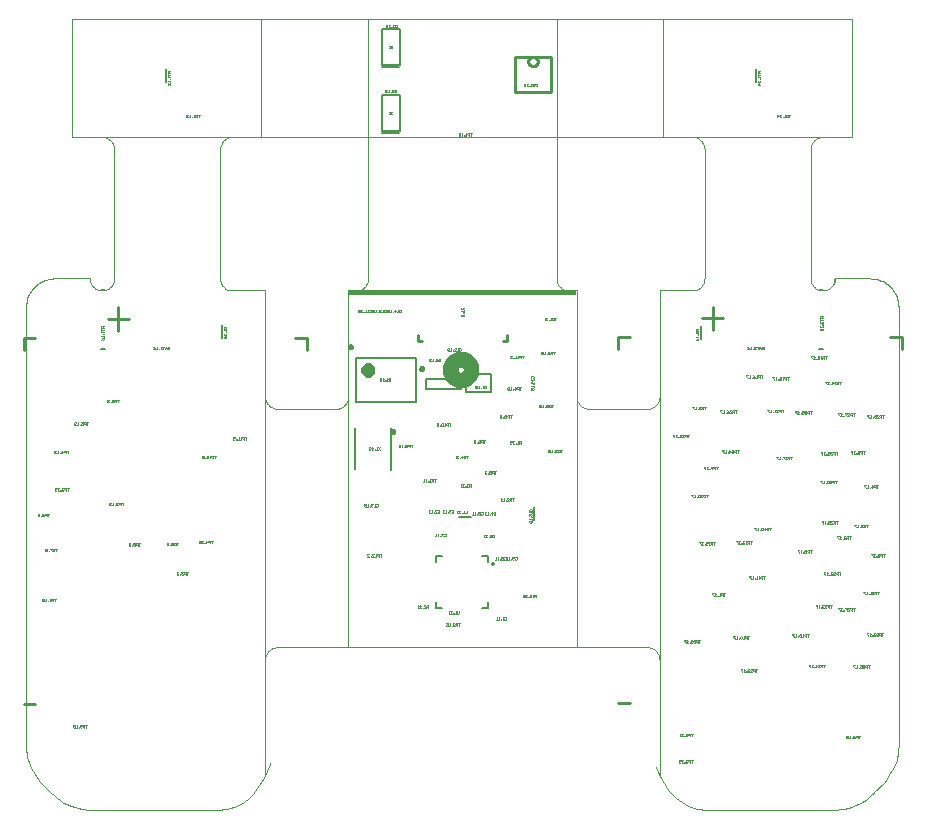
<source format=gbo>
%FSTAX23Y23*%
%MOIN*%
%SFA1B1*%

%IPPOS*%
%ADD12C,0.010000*%
%ADD13C,0.006000*%
%ADD90C,0.001000*%
%ADD91C,0.000500*%
%ADD111C,0.007870*%
%ADD116C,0.009840*%
%ADD120C,0.000790*%
%ADD147R,0.762520X0.013740*%
%ADD228C,0.023620*%
%ADD229C,0.050000*%
%ADD230C,0.001970*%
%LNpcb_flex_1-1*%
%LPD*%
G54D12*
X0024Y01246D02*
D01*
X0024Y01247*
X0024Y01248*
X0024Y01249*
X0024Y0125*
X00239Y01251*
X00239Y01252*
X00238Y01253*
X00238Y01254*
X00237Y01255*
X00237Y01256*
X00236Y01257*
X00235Y01257*
X00234Y01258*
X00233Y01259*
X00232Y01259*
X00231Y0126*
X0023Y0126*
X00229Y01261*
X00228Y01261*
X00227Y01261*
X00226Y01261*
X00225Y01261*
X00224*
X00223Y01261*
X00222Y01261*
X00221Y01261*
X0022Y01261*
X00219Y0126*
X00218Y0126*
X00217Y01259*
X00216Y01259*
X00215Y01258*
X00214Y01257*
X00213Y01257*
X00212Y01256*
X00212Y01255*
X00211Y01254*
X00211Y01253*
X0021Y01252*
X0021Y01251*
X00209Y0125*
X00209Y01249*
X00209Y01248*
X00209Y01247*
X00209Y01246*
X00209Y01245*
X00209Y01243*
X00209Y01242*
X00209Y01241*
X0021Y0124*
X0021Y01239*
X00211Y01238*
X00211Y01237*
X00212Y01236*
X00212Y01236*
X00213Y01235*
X00214Y01234*
X00215Y01233*
X00216Y01233*
X00217Y01232*
X00218Y01232*
X00219Y01231*
X0022Y01231*
X00221Y0123*
X00222Y0123*
X00223Y0123*
X00224Y0123*
X00225*
X00226Y0123*
X00227Y0123*
X00228Y0123*
X00229Y01231*
X0023Y01231*
X00231Y01232*
X00232Y01232*
X00233Y01233*
X00234Y01233*
X00235Y01234*
X00236Y01235*
X00237Y01236*
X00237Y01236*
X00238Y01237*
X00238Y01238*
X00239Y01239*
X00239Y0124*
X0024Y01241*
X0024Y01242*
X0024Y01243*
X0024Y01245*
X0024Y01246*
X-00158Y00313D02*
Y00336D01*
Y00313D02*
X-00147D01*
X00125D02*
X00136D01*
Y00336*
X-01474Y-00894D02*
X-01435D01*
X-00529Y00286D02*
Y00326D01*
X-00568D02*
X-00529D01*
X-01474Y00286D02*
Y00326D01*
X-01435*
X-01159Y00389D02*
X-01124D01*
X-01194D02*
X-01159D01*
Y00349D02*
Y00428D01*
X00508Y-00893D02*
X00547D01*
X01453Y00287D02*
Y00327D01*
X01414D02*
X01453D01*
X00508Y00287D02*
Y00327D01*
X00547*
X00823Y0039D02*
X00858D01*
X00788D02*
X00823D01*
Y0035D02*
Y00429D01*
X00165Y01261D02*
X00284D01*
Y01143D02*
Y01261D01*
X00165Y01143D02*
X00284D01*
X00165D02*
Y01261D01*
G54D13*
X-0028Y01009D02*
X-00221D01*
X-0028Y01135D02*
X-0022D01*
Y01016D02*
Y01135D01*
X-0028Y01016D02*
X-0022D01*
X-0028D02*
Y01135D01*
Y01235D02*
Y01354D01*
Y01235D02*
X-0022D01*
Y01354*
X-0028D02*
X-0022D01*
X-0028Y01228D02*
X-00221D01*
G54D90*
X00303Y00523D02*
D01*
X00303Y0052*
X00303Y00517*
X00303Y00514*
X00304Y00511*
X00305Y00509*
X00306Y00506*
X00307Y00504*
X00309Y00501*
X0031Y00499*
X00312Y00497*
X00314Y00495*
X00316Y00493*
X00318Y00491*
X0032Y00489*
X00323Y00488*
X00325Y00487*
X00328Y00485*
X0033Y00484*
X00333Y00484*
X00336Y00483*
X00338Y00483*
X00341Y00483*
X00343Y00483*
X-00433Y00089D02*
D01*
X-0043Y00089*
X-00427Y00089*
X-00424Y00089*
X-00421Y0009*
X-00419Y00091*
X-00416Y00092*
X-00414Y00093*
X-00411Y00095*
X-00409Y00096*
X-00407Y00098*
X-00405Y001*
X-00403Y00102*
X-00401Y00104*
X-00399Y00106*
X-00398Y00109*
X-00397Y00111*
X-00395Y00114*
X-00394Y00116*
X-00394Y00119*
X-00393Y00122*
X-00393Y00124*
X-00393Y00127*
X-00393Y00129*
X-00366Y00483D02*
D01*
X-00363Y00483*
X-0036Y00483*
X-00357Y00483*
X-00354Y00484*
X-00352Y00485*
X-00349Y00486*
X-00347Y00487*
X-00344Y00489*
X-00342Y0049*
X-0034Y00492*
X-00338Y00494*
X-00336Y00496*
X-00334Y00498*
X-00332Y005*
X-00331Y00503*
X-0033Y00505*
X-00328Y00508*
X-00327Y0051*
X-00327Y00513*
X-00326Y00516*
X-00326Y00518*
X-00326Y00521*
X-00326Y00523*
X0037Y00129D02*
D01*
X0037Y00126*
X0037Y00123*
X0037Y0012*
X00371Y00117*
X00372Y00115*
X00373Y00112*
X00374Y0011*
X00376Y00107*
X00377Y00105*
X00379Y00103*
X00381Y00101*
X00383Y00099*
X00385Y00097*
X00387Y00095*
X0039Y00094*
X00392Y00093*
X00395Y00091*
X00397Y0009*
X004Y0009*
X00403Y00089*
X00405Y00089*
X00408Y00089*
X0041Y00089*
X0037Y00129D02*
D01*
X0037Y00126*
X0037Y00123*
X0037Y0012*
X00371Y00117*
X00372Y00115*
X00373Y00112*
X00374Y0011*
X00376Y00107*
X00377Y00105*
X00379Y00103*
X00381Y00101*
X00383Y00099*
X00385Y00097*
X00387Y00095*
X0039Y00094*
X00392Y00093*
X00395Y00091*
X00397Y0009*
X004Y0009*
X00403Y00089*
X00405Y00089*
X00408Y00089*
X0041Y00089*
X-00366Y00483D02*
D01*
X-00363Y00483*
X-0036Y00483*
X-00357Y00483*
X-00354Y00484*
X-00352Y00485*
X-00349Y00486*
X-00347Y00487*
X-00344Y00489*
X-00342Y0049*
X-0034Y00492*
X-00338Y00494*
X-00336Y00496*
X-00334Y00498*
X-00332Y005*
X-00331Y00503*
X-0033Y00505*
X-00328Y00508*
X-00327Y0051*
X-00327Y00513*
X-00326Y00516*
X-00326Y00518*
X-00326Y00521*
X-00326Y00523*
X-00433Y00089D02*
D01*
X-0043Y00089*
X-00427Y00089*
X-00424Y00089*
X-00421Y0009*
X-00419Y00091*
X-00416Y00092*
X-00414Y00093*
X-00411Y00095*
X-00409Y00096*
X-00407Y00098*
X-00405Y001*
X-00403Y00102*
X-00401Y00104*
X-00399Y00106*
X-00398Y00109*
X-00397Y00111*
X-00395Y00114*
X-00394Y00116*
X-00394Y00119*
X-00393Y00122*
X-00393Y00124*
X-00393Y00127*
X-00393Y00129*
X00303Y00523D02*
D01*
X00303Y0052*
X00303Y00517*
X00303Y00514*
X00304Y00511*
X00305Y00509*
X00306Y00506*
X00307Y00504*
X00309Y00501*
X0031Y00499*
X00312Y00497*
X00314Y00495*
X00316Y00493*
X00318Y00491*
X0032Y00489*
X00323Y00488*
X00325Y00487*
X00328Y00485*
X0033Y00484*
X00333Y00484*
X00336Y00483*
X00338Y00483*
X00341Y00483*
X00343Y00483*
X00633Y-01105D02*
D01*
X00641Y-01123*
X0065Y-01142*
X0066Y-01159*
X00672Y-01176*
X00672Y-01177*
X00679Y-01186D02*
D01*
X00686Y-01194*
X00694Y-01202*
X00702Y-0121*
X00711Y-01217*
X0072Y-01223*
X0073Y-01229*
X0074Y-01234*
X0075Y-01238*
X00761Y-01242*
X00771Y-01245*
X00782Y-01247*
X00793Y-01248*
X00805Y-01248*
X00806Y-01248*
X01248Y-01247D02*
D01*
X01261Y-01245*
X01274Y-01242*
X01286Y-01238*
X01299Y-01233*
X01311Y-01228*
X01322Y-01221*
X01333Y-01214*
X01344Y-01206*
X01354Y-01197*
X0136Y-01191*
X01419Y-0112D02*
D01*
X01424Y-01112*
X01429Y-01103*
X01433Y-01093*
X01436Y-01083*
X01439Y-01074*
X01441Y-01063*
X01442Y-01053*
X01442Y-01043*
X01443Y-0104*
X-00829Y-01249D02*
D01*
X-00818Y-01248*
X-00807Y-01247*
X-00796Y-01245*
X-00785Y-01242*
X-00774Y-01239*
X-00764Y-01235*
X-00754Y-0123*
X-00744Y-01224*
X-00735Y-01218*
X-00726Y-01211*
X-00718Y-01204*
X-0071Y-01196*
X-00703Y-01187*
X-00702Y-01186*
X-01383Y-01191D02*
D01*
X-01373Y-012*
X-01363Y-01209*
X-01352Y-01217*
X-01341Y-01224*
X-01329Y-0123*
X-01317Y-01235*
X-01304Y-0124*
X-01292Y-01243*
X-01279Y-01246*
X-01271Y-01247*
X-01466Y-0104D02*
D01*
X-01465Y-0105*
X-01464Y-01061*
X-01462Y-01071*
X-0146Y-01081*
X-01457Y-0109*
X-01453Y-011*
X-01448Y-01109*
X-01443Y-01118*
X-01442Y-0112*
X01443Y00429D02*
D01*
X01442Y00435*
X01442Y00442*
X0144Y00448*
X01439Y00454*
X01437Y00461*
X01434Y00467*
X01431Y00473*
X01428Y00478*
X01425Y00484*
X01421Y00489*
X01416Y00494*
X01411Y00498*
X01406Y00503*
X01401Y00506*
X01396Y0051*
X0139Y00513*
X01384Y00516*
X01378Y00518*
X01371Y0052*
X01365Y00521*
X01358Y00522*
X01352Y00522*
X01349Y00523*
X00756Y00483D02*
D01*
X00758Y00483*
X00761Y00483*
X00764Y00483*
X00767Y00484*
X00769Y00485*
X00772Y00486*
X00774Y00487*
X00777Y00489*
X00779Y0049*
X00781Y00492*
X00783Y00494*
X00785Y00496*
X00787Y00498*
X00789Y005*
X0079Y00503*
X00791Y00505*
X00793Y00508*
X00794Y0051*
X00794Y00513*
X00795Y00516*
X00795Y00518*
X00795Y00521*
X00796Y00523*
X0115D02*
D01*
X0115Y0052*
X0115Y00517*
X0115Y00514*
X01151Y00511*
X01152Y00509*
X01153Y00506*
X01154Y00504*
X01156Y00501*
X01157Y00499*
X01159Y00497*
X01161Y00495*
X01163Y00493*
X01165Y00491*
X01167Y00489*
X0117Y00488*
X01172Y00487*
X01175Y00485*
X01177Y00484*
X0118Y00484*
X01183Y00483*
X01185Y00483*
X01188Y00483*
X01191*
X01194Y00483*
X01196Y00483*
X01199Y00484*
X01202Y00484*
X01204Y00485*
X01207Y00487*
X0121Y00488*
X01212Y00489*
X01214Y00491*
X01216Y00493*
X01218Y00495*
X0122Y00497*
X01222Y00499*
X01223Y00501*
X01225Y00504*
X01226Y00506*
X01227Y00509*
X01228Y00511*
X01229Y00514*
X01229Y00517*
X01229Y0052*
X0123Y00523*
X-01253D02*
D01*
X-01252Y0052*
X-01252Y00517*
X-01252Y00514*
X-01251Y00511*
X-0125Y00509*
X-01249Y00506*
X-01248Y00504*
X-01246Y00501*
X-01245Y00499*
X-01243Y00497*
X-01241Y00495*
X-01239Y00493*
X-01237Y00491*
X-01235Y00489*
X-01233Y00488*
X-0123Y00487*
X-01227Y00485*
X-01225Y00484*
X-01222Y00484*
X-01219Y00483*
X-01217Y00483*
X-01214Y00483*
X-01211*
X-01208Y00483*
X-01206Y00483*
X-01203Y00484*
X-012Y00484*
X-01198Y00485*
X-01195Y00487*
X-01192Y00488*
X-0119Y00489*
X-01188Y00491*
X-01186Y00493*
X-01184Y00495*
X-01182Y00497*
X-0118Y00499*
X-01179Y00501*
X-01177Y00504*
X-01176Y00506*
X-01175Y00509*
X-01174Y00511*
X-01173Y00514*
X-01173Y00517*
X-01173Y0052*
X-01173Y00523*
X-01372D02*
D01*
X-01378Y00522*
X-01385Y00522*
X-01391Y0052*
X-01397Y00519*
X-01404Y00517*
X-0141Y00514*
X-01416Y00511*
X-01421Y00508*
X-01427Y00505*
X-01432Y00501*
X-01437Y00496*
X-01441Y00491*
X-01446Y00486*
X-01449Y00481*
X-01453Y00475*
X-01456Y0047*
X-01459Y00464*
X-01461Y00458*
X-01463Y00451*
X-01464Y00445*
X-01465Y00438*
X-01465Y00432*
X-01466Y00429*
X-00819Y00522D02*
D01*
X-00818Y00519*
X-00818Y00516*
X-00818Y00514*
X-00817Y00511*
X-00816Y00508*
X-00815Y00506*
X-00814Y00503*
X-00813Y00501*
X-00811Y00499*
X-00809Y00497*
X-00807Y00494*
X-00806Y00493*
X-00803Y00491*
X-00801Y00489*
X-00799Y00488*
X-00796Y00486*
X-00794Y00485*
X-00791Y00484*
X-00789Y00484*
X-00786Y00483*
X-00783Y00483*
X-00781Y00483*
X-00779Y00483*
X-00669Y00129D02*
D01*
X-00668Y00126*
X-00668Y00123*
X-00668Y0012*
X-00667Y00117*
X-00666Y00115*
X-00665Y00112*
X-00664Y0011*
X-00662Y00107*
X-00661Y00105*
X-00659Y00103*
X-00657Y00101*
X-00655Y00099*
X-00653Y00097*
X-00651Y00095*
X-00648Y00094*
X-00646Y00093*
X-00643Y00091*
X-00641Y0009*
X-00638Y0009*
X-00635Y00089*
X-00633Y00089*
X-0063Y00089*
X-00629Y00089*
X00606D02*
D01*
X00609Y00089*
X00612Y00089*
X00614Y00089*
X00617Y0009*
X0062Y00091*
X00622Y00092*
X00625Y00093*
X00627Y00094*
X00629Y00096*
X00631Y00098*
X00634Y001*
X00635Y00101*
X00637Y00104*
X00639Y00106*
X0064Y00108*
X00642Y00111*
X00643Y00113*
X00644Y00116*
X00644Y00118*
X00645Y00121*
X00645Y00124*
X00645Y00126*
X00646Y00128*
X00606Y00089D02*
D01*
X00609Y00089*
X00612Y00089*
X00614Y00089*
X00617Y0009*
X0062Y00091*
X00622Y00092*
X00625Y00093*
X00627Y00094*
X00629Y00096*
X00631Y00098*
X00634Y001*
X00635Y00101*
X00637Y00104*
X00639Y00106*
X0064Y00108*
X00642Y00111*
X00643Y00113*
X00644Y00116*
X00644Y00118*
X00645Y00121*
X00645Y00124*
X00645Y00126*
X00646Y00128*
X-00669Y00129D02*
D01*
X-00668Y00126*
X-00668Y00123*
X-00668Y0012*
X-00667Y00117*
X-00666Y00115*
X-00665Y00112*
X-00664Y0011*
X-00662Y00107*
X-00661Y00105*
X-00659Y00103*
X-00657Y00101*
X-00655Y00099*
X-00653Y00097*
X-00651Y00095*
X-00648Y00094*
X-00646Y00093*
X-00643Y00091*
X-00641Y0009*
X-00638Y0009*
X-00635Y00089*
X-00633Y00089*
X-0063Y00089*
X-00629Y00089*
X-00819Y00522D02*
D01*
X-00818Y00519*
X-00818Y00516*
X-00818Y00514*
X-00817Y00511*
X-00816Y00508*
X-00815Y00506*
X-00814Y00503*
X-00813Y00501*
X-00811Y00499*
X-00809Y00497*
X-00807Y00494*
X-00806Y00493*
X-00803Y00491*
X-00801Y00489*
X-00799Y00488*
X-00796Y00486*
X-00794Y00485*
X-00791Y00484*
X-00789Y00484*
X-00786Y00483*
X-00783Y00483*
X-00781Y00483*
X-00779Y00483*
X-01372Y00523D02*
D01*
X-01378Y00522*
X-01385Y00522*
X-01391Y0052*
X-01397Y00519*
X-01404Y00517*
X-0141Y00514*
X-01416Y00511*
X-01421Y00508*
X-01427Y00505*
X-01432Y00501*
X-01437Y00496*
X-01441Y00491*
X-01446Y00486*
X-01449Y00481*
X-01453Y00475*
X-01456Y0047*
X-01459Y00464*
X-01461Y00458*
X-01463Y00451*
X-01464Y00445*
X-01465Y00438*
X-01465Y00432*
X-01466Y00429*
X-01253Y00523D02*
D01*
X-01252Y0052*
X-01252Y00517*
X-01252Y00514*
X-01251Y00511*
X-0125Y00509*
X-01249Y00506*
X-01248Y00504*
X-01246Y00501*
X-01245Y00499*
X-01243Y00497*
X-01241Y00495*
X-01239Y00493*
X-01237Y00491*
X-01235Y00489*
X-01233Y00488*
X-0123Y00487*
X-01227Y00485*
X-01225Y00484*
X-01222Y00484*
X-01219Y00483*
X-01217Y00483*
X-01214Y00483*
X-01211*
X-01208Y00483*
X-01206Y00483*
X-01203Y00484*
X-012Y00484*
X-01198Y00485*
X-01195Y00487*
X-01192Y00488*
X-0119Y00489*
X-01188Y00491*
X-01186Y00493*
X-01184Y00495*
X-01182Y00497*
X-0118Y00499*
X-01179Y00501*
X-01177Y00504*
X-01176Y00506*
X-01175Y00509*
X-01174Y00511*
X-01173Y00514*
X-01173Y00517*
X-01173Y0052*
X-01173Y00523*
X0115D02*
D01*
X0115Y0052*
X0115Y00517*
X0115Y00514*
X01151Y00511*
X01152Y00509*
X01153Y00506*
X01154Y00504*
X01156Y00501*
X01157Y00499*
X01159Y00497*
X01161Y00495*
X01163Y00493*
X01165Y00491*
X01167Y00489*
X0117Y00488*
X01172Y00487*
X01175Y00485*
X01177Y00484*
X0118Y00484*
X01183Y00483*
X01185Y00483*
X01188Y00483*
X01191*
X01194Y00483*
X01196Y00483*
X01199Y00484*
X01202Y00484*
X01204Y00485*
X01207Y00487*
X0121Y00488*
X01212Y00489*
X01214Y00491*
X01216Y00493*
X01218Y00495*
X0122Y00497*
X01222Y00499*
X01223Y00501*
X01225Y00504*
X01226Y00506*
X01227Y00509*
X01228Y00511*
X01229Y00514*
X01229Y00517*
X01229Y0052*
X0123Y00523*
X00756Y00483D02*
D01*
X00758Y00483*
X00761Y00483*
X00764Y00483*
X00767Y00484*
X00769Y00485*
X00772Y00486*
X00774Y00487*
X00777Y00489*
X00779Y0049*
X00781Y00492*
X00783Y00494*
X00785Y00496*
X00787Y00498*
X00789Y005*
X0079Y00503*
X00791Y00505*
X00793Y00508*
X00794Y0051*
X00794Y00513*
X00795Y00516*
X00795Y00518*
X00795Y00521*
X00796Y00523*
X01443Y00429D02*
D01*
X01442Y00435*
X01442Y00442*
X0144Y00448*
X01439Y00454*
X01437Y00461*
X01434Y00467*
X01431Y00473*
X01428Y00478*
X01425Y00484*
X01421Y00489*
X01416Y00494*
X01411Y00498*
X01406Y00503*
X01401Y00506*
X01396Y0051*
X0139Y00513*
X01384Y00516*
X01378Y00518*
X01371Y0052*
X01365Y00521*
X01358Y00522*
X01352Y00522*
X01349Y00523*
X-01466Y-0104D02*
D01*
X-01465Y-0105*
X-01464Y-01061*
X-01462Y-01071*
X-0146Y-01081*
X-01457Y-0109*
X-01453Y-011*
X-01448Y-01109*
X-01443Y-01118*
X-01442Y-0112*
X-01383Y-01191D02*
D01*
X-01373Y-012*
X-01363Y-01209*
X-01352Y-01217*
X-01341Y-01224*
X-01329Y-0123*
X-01317Y-01235*
X-01304Y-0124*
X-01292Y-01243*
X-01279Y-01246*
X-01271Y-01247*
X-00829Y-01249D02*
D01*
X-00818Y-01248*
X-00807Y-01247*
X-00796Y-01245*
X-00785Y-01242*
X-00774Y-01239*
X-00764Y-01235*
X-00754Y-0123*
X-00744Y-01224*
X-00735Y-01218*
X-00726Y-01211*
X-00718Y-01204*
X-0071Y-01196*
X-00703Y-01187*
X-00702Y-01186*
X01419Y-0112D02*
D01*
X01424Y-01112*
X01429Y-01103*
X01433Y-01093*
X01436Y-01083*
X01439Y-01074*
X01441Y-01063*
X01442Y-01053*
X01442Y-01043*
X01443Y-0104*
X01248Y-01247D02*
D01*
X01261Y-01245*
X01274Y-01242*
X01286Y-01238*
X01299Y-01233*
X01311Y-01228*
X01322Y-01221*
X01333Y-01214*
X01344Y-01206*
X01354Y-01197*
X0136Y-01191*
X00679Y-01186D02*
D01*
X00686Y-01194*
X00694Y-01202*
X00702Y-0121*
X00711Y-01217*
X0072Y-01223*
X0073Y-01229*
X0074Y-01234*
X0075Y-01238*
X00761Y-01242*
X00771Y-01245*
X00782Y-01247*
X00793Y-01248*
X00805Y-01248*
X00806Y-01248*
X00633Y-01105D02*
D01*
X00641Y-01123*
X0065Y-01142*
X0066Y-01159*
X00672Y-01176*
X00672Y-01177*
X00303Y00523D02*
D01*
X00303Y0052*
X00303Y00517*
X00303Y00514*
X00304Y00511*
X00305Y00509*
X00306Y00506*
X00307Y00504*
X00309Y00501*
X0031Y00499*
X00312Y00497*
X00314Y00495*
X00316Y00493*
X00318Y00491*
X0032Y00489*
X00323Y00488*
X00325Y00487*
X00328Y00485*
X0033Y00484*
X00333Y00484*
X00336Y00483*
X00338Y00483*
X00341Y00483*
X00343Y00483*
X-00433Y00089D02*
D01*
X-0043Y00089*
X-00427Y00089*
X-00424Y00089*
X-00421Y0009*
X-00419Y00091*
X-00416Y00092*
X-00414Y00093*
X-00411Y00095*
X-00409Y00096*
X-00407Y00098*
X-00405Y001*
X-00403Y00102*
X-00401Y00104*
X-00399Y00106*
X-00398Y00109*
X-00397Y00111*
X-00395Y00114*
X-00394Y00116*
X-00394Y00119*
X-00393Y00122*
X-00393Y00124*
X-00393Y00127*
X-00393Y00129*
X-00366Y00483D02*
D01*
X-00363Y00483*
X-0036Y00483*
X-00357Y00483*
X-00354Y00484*
X-00352Y00485*
X-00349Y00486*
X-00347Y00487*
X-00344Y00489*
X-00342Y0049*
X-0034Y00492*
X-00338Y00494*
X-00336Y00496*
X-00334Y00498*
X-00332Y005*
X-00331Y00503*
X-0033Y00505*
X-00328Y00508*
X-00327Y0051*
X-00327Y00513*
X-00326Y00516*
X-00326Y00518*
X-00326Y00521*
X-00326Y00523*
X0037Y00129D02*
D01*
X0037Y00126*
X0037Y00123*
X0037Y0012*
X00371Y00117*
X00372Y00115*
X00373Y00112*
X00374Y0011*
X00376Y00107*
X00377Y00105*
X00379Y00103*
X00381Y00101*
X00383Y00099*
X00385Y00097*
X00387Y00095*
X0039Y00094*
X00392Y00093*
X00395Y00091*
X00397Y0009*
X004Y0009*
X00403Y00089*
X00405Y00089*
X00408Y00089*
X0041Y00089*
X0037Y00129D02*
D01*
X0037Y00126*
X0037Y00123*
X0037Y0012*
X00371Y00117*
X00372Y00115*
X00373Y00112*
X00374Y0011*
X00376Y00107*
X00377Y00105*
X00379Y00103*
X00381Y00101*
X00383Y00099*
X00385Y00097*
X00387Y00095*
X0039Y00094*
X00392Y00093*
X00395Y00091*
X00397Y0009*
X004Y0009*
X00403Y00089*
X00405Y00089*
X00408Y00089*
X0041Y00089*
X-00366Y00483D02*
D01*
X-00363Y00483*
X-0036Y00483*
X-00357Y00483*
X-00354Y00484*
X-00352Y00485*
X-00349Y00486*
X-00347Y00487*
X-00344Y00489*
X-00342Y0049*
X-0034Y00492*
X-00338Y00494*
X-00336Y00496*
X-00334Y00498*
X-00332Y005*
X-00331Y00503*
X-0033Y00505*
X-00328Y00508*
X-00327Y0051*
X-00327Y00513*
X-00326Y00516*
X-00326Y00518*
X-00326Y00521*
X-00326Y00523*
X-00433Y00089D02*
D01*
X-0043Y00089*
X-00427Y00089*
X-00424Y00089*
X-00421Y0009*
X-00419Y00091*
X-00416Y00092*
X-00414Y00093*
X-00411Y00095*
X-00409Y00096*
X-00407Y00098*
X-00405Y001*
X-00403Y00102*
X-00401Y00104*
X-00399Y00106*
X-00398Y00109*
X-00397Y00111*
X-00395Y00114*
X-00394Y00116*
X-00394Y00119*
X-00393Y00122*
X-00393Y00124*
X-00393Y00127*
X-00393Y00129*
X00303Y00523D02*
D01*
X00303Y0052*
X00303Y00517*
X00303Y00514*
X00304Y00511*
X00305Y00509*
X00306Y00506*
X00307Y00504*
X00309Y00501*
X0031Y00499*
X00312Y00497*
X00314Y00495*
X00316Y00493*
X00318Y00491*
X0032Y00489*
X00323Y00488*
X00325Y00487*
X00328Y00485*
X0033Y00484*
X00333Y00484*
X00336Y00483*
X00338Y00483*
X00341Y00483*
X00343Y00483*
X0119Y00995D02*
D01*
X01187Y00994*
X01184Y00994*
X01181Y00994*
X01178Y00993*
X01176Y00992*
X01173Y00991*
X01171Y0099*
X01168Y00988*
X01166Y00987*
X01164Y00985*
X01162Y00983*
X0116Y00981*
X01158Y00979*
X01156Y00977*
X01155Y00975*
X01154Y00972*
X01152Y00969*
X01151Y00967*
X01151Y00964*
X0115Y00961*
X0115Y00959*
X0115Y00956*
X0115Y00955*
X00796D02*
D01*
X00795Y00957*
X00795Y0096*
X00795Y00963*
X00794Y00966*
X00793Y00968*
X00792Y00971*
X00791Y00973*
X00789Y00976*
X00788Y00978*
X00786Y0098*
X00784Y00982*
X00782Y00984*
X0078Y00986*
X00778Y00988*
X00776Y00989*
X00773Y0099*
X0077Y00992*
X00768Y00993*
X00765Y00993*
X00762Y00994*
X0076Y00994*
X00757Y00994*
X00756Y00995*
X-00779D02*
D01*
X-00781Y00994*
X-00784Y00994*
X-00787Y00994*
X-0079Y00993*
X-00792Y00992*
X-00795Y00991*
X-00797Y0099*
X-008Y00988*
X-00802Y00987*
X-00804Y00985*
X-00806Y00983*
X-00808Y00981*
X-0081Y00979*
X-00812Y00977*
X-00813Y00975*
X-00814Y00972*
X-00816Y00969*
X-00817Y00967*
X-00817Y00964*
X-00818Y00961*
X-00818Y00959*
X-00818Y00956*
X-00819Y00955*
X-01173D02*
D01*
X-01173Y00957*
X-01173Y0096*
X-01173Y00963*
X-01174Y00966*
X-01175Y00968*
X-01176Y00971*
X-01177Y00973*
X-01179Y00976*
X-0118Y00978*
X-01182Y0098*
X-01184Y00982*
X-01186Y00984*
X-01188Y00986*
X-0119Y00988*
X-01193Y00989*
X-01195Y0099*
X-01198Y00992*
X-012Y00993*
X-01203Y00993*
X-01206Y00994*
X-01208Y00994*
X-01211Y00994*
X-01213Y00995*
X-01173Y00955D02*
D01*
X-01173Y00957*
X-01173Y0096*
X-01173Y00963*
X-01174Y00966*
X-01175Y00968*
X-01176Y00971*
X-01177Y00973*
X-01179Y00976*
X-0118Y00978*
X-01182Y0098*
X-01184Y00982*
X-01186Y00984*
X-01188Y00986*
X-0119Y00988*
X-01193Y00989*
X-01195Y0099*
X-01198Y00992*
X-012Y00993*
X-01203Y00993*
X-01206Y00994*
X-01208Y00994*
X-01211Y00994*
X-01213Y00995*
X-00779D02*
D01*
X-00781Y00994*
X-00784Y00994*
X-00787Y00994*
X-0079Y00993*
X-00792Y00992*
X-00795Y00991*
X-00797Y0099*
X-008Y00988*
X-00802Y00987*
X-00804Y00985*
X-00806Y00983*
X-00808Y00981*
X-0081Y00979*
X-00812Y00977*
X-00813Y00975*
X-00814Y00972*
X-00816Y00969*
X-00817Y00967*
X-00817Y00964*
X-00818Y00961*
X-00818Y00959*
X-00818Y00956*
X-00819Y00955*
X00796D02*
D01*
X00795Y00957*
X00795Y0096*
X00795Y00963*
X00794Y00966*
X00793Y00968*
X00792Y00971*
X00791Y00973*
X00789Y00976*
X00788Y00978*
X00786Y0098*
X00784Y00982*
X00782Y00984*
X0078Y00986*
X00778Y00988*
X00776Y00989*
X00773Y0099*
X0077Y00992*
X00768Y00993*
X00765Y00993*
X00762Y00994*
X0076Y00994*
X00757Y00994*
X00756Y00995*
X0119D02*
D01*
X01187Y00994*
X01184Y00994*
X01181Y00994*
X01178Y00993*
X01176Y00992*
X01173Y00991*
X01171Y0099*
X01168Y00988*
X01166Y00987*
X01164Y00985*
X01162Y00983*
X0116Y00981*
X01158Y00979*
X01156Y00977*
X01155Y00975*
X01154Y00972*
X01152Y00969*
X01151Y00967*
X01151Y00964*
X0115Y00961*
X0115Y00959*
X0115Y00956*
X0115Y00955*
X-00702Y-01186D02*
D01*
X-00688Y-01164*
X-00674Y-01142*
X-00663Y-01118*
X-00653Y-01094*
X-00652Y-01093*
X-00393Y-00707D02*
X0037D01*
X-00393Y00483D02*
X0037D01*
X00343D02*
X0037D01*
X-00393Y-00707D02*
Y00483D01*
X0037Y-00707D02*
Y00483D01*
X00343D02*
X0037D01*
X-00393D02*
X0037D01*
X00672Y-01177D02*
X00679Y-01186D01*
X00806Y-01249D02*
X01238D01*
X01248Y-01247*
X01396Y-01154D02*
X01396Y-01154D01*
X01419Y-0112*
X01359Y-01192D02*
X01396Y-01154D01*
X-00326Y00523D02*
Y01068D01*
X-00819Y00522D02*
Y00955D01*
X-01173Y00523D02*
Y00955D01*
X-00702Y-01186D02*
D01*
X-01261Y-01249D02*
X-00829D01*
X-01271Y-01247D02*
X-01261Y-01249D01*
X-01419Y-01154D02*
X-01419Y-01154D01*
X-01442Y-0112D02*
X-01419Y-01154D01*
X-01419Y-01154D02*
X-01382Y-01192D01*
X01443Y-0104D02*
Y00429D01*
X0115Y00523D02*
Y00955D01*
X01288Y00995D02*
Y01387D01*
X00658D02*
X01288D01*
X00658Y00995D02*
Y01387D01*
X00796Y00523D02*
Y00955D01*
X-00681Y00995D02*
Y0119D01*
X00303Y00523D02*
Y01387D01*
X-01311D02*
X-00681D01*
X-01311Y00995D02*
Y0119D01*
X-01372Y00523D02*
X-01253D01*
X-01466Y-0104D02*
Y00429D01*
X-00779Y00483D02*
X-00669D01*
X0123Y00523D02*
X01349D01*
X0123Y00511D02*
Y00523D01*
X-00669Y-01133D02*
Y00483D01*
X00646Y-00747D02*
Y00483D01*
X0041Y00089D02*
X00606D01*
X-00629D02*
X-00429D01*
X00646Y00483D02*
X00756D01*
X-00326Y01387D02*
X00303D01*
X-00326Y01068D02*
Y01387D01*
X01288Y00995D02*
Y01387D01*
X00658D02*
X01288D01*
X00658Y00995D02*
Y01387D01*
Y00995D02*
Y01387D01*
X01288*
Y00995D02*
Y01387D01*
X-00326Y01387D02*
X00303D01*
X00646Y00483D02*
X00756D01*
X-00629Y00089D02*
X-00429D01*
X0041D02*
X00606D01*
X00646Y-00747D02*
Y00483D01*
X-00669Y-01133D02*
Y00483D01*
X0123Y00511D02*
Y00523D01*
X01349*
X-00779Y00483D02*
X-00669D01*
X-01466Y-0104D02*
Y00429D01*
X-01372Y00523D02*
X-01253D01*
X-01311Y00995D02*
Y01387D01*
X00303Y00523D02*
Y01387D01*
X-00681Y00995D02*
Y01387D01*
X00796Y00523D02*
Y00955D01*
X00658Y00995D02*
Y01387D01*
X01288*
Y00995D02*
Y01387D01*
X0115Y00523D02*
Y00955D01*
X01443Y-0104D02*
Y00429D01*
X-01419Y-01154D02*
X-01382Y-01192D01*
X-01442Y-0112D02*
X-01419Y-01154D01*
X-01419Y-01154*
X-01271Y-01247D02*
X-01261Y-01249D01*
X-00829*
X-00702Y-01186D02*
X-00695Y-01177D01*
X-01173Y00523D02*
Y00955D01*
X-00819Y00522D02*
Y00955D01*
X-00326Y00523D02*
Y01068D01*
X01359Y-01192D02*
X01396Y-01154D01*
X01396Y-01154D02*
X01419Y-0112D01*
X01396Y-01154D02*
X01396Y-01154D01*
X01238Y-01249D02*
X01248Y-01247D01*
X00806Y-01249D02*
X01238D01*
X00672Y-01177D02*
X00679Y-01186D01*
X-00393Y00483D02*
X0037D01*
X00343D02*
X0037D01*
Y-00707D02*
Y00483D01*
X-00393Y-00707D02*
Y00483D01*
X00343D02*
X0037D01*
X-00393D02*
X0037D01*
X-00393Y-00707D02*
X0037D01*
X-00779Y00995D02*
X-00681D01*
X-01311D02*
X-01213D01*
X0119D02*
X01288D01*
Y01006D02*
Y01387D01*
X00658Y00995D02*
Y01387D01*
X00658Y00995D02*
X00756D01*
X-00681D02*
Y01387D01*
X-01311Y00995D02*
Y01387D01*
Y00995D02*
X01288D01*
X-01311Y01387D02*
X01288D01*
X0119Y00995D02*
X01288D01*
X00658D02*
X00756D01*
X01288D02*
Y01387D01*
X00658Y01006D02*
Y01387D01*
Y01006D02*
Y01387D01*
X01288Y01006D02*
Y01387D01*
X00658Y00995D02*
X00756D01*
X0119D02*
X01288D01*
X-01311Y01006D02*
Y01387D01*
X-00681Y01006D02*
Y01387D01*
X00658Y00995D02*
X00756D01*
X00658Y01006D02*
Y01387D01*
X01288Y01006D02*
Y01387D01*
X0119Y00995D02*
X01288D01*
X-01311D02*
X-01213D01*
X-00779D02*
X-00681D01*
G54D91*
X-00629Y-00707D02*
D01*
X-00631Y-00707*
X-00634Y-00707*
X-00637Y-00708*
X-0064Y-00708*
X-00642Y-00709*
X-00645Y-0071*
X-00647Y-00711*
X-0065Y-00713*
X-00652Y-00714*
X-00654Y-00716*
X-00656Y-00718*
X-00658Y-0072*
X-0066Y-00722*
X-00662Y-00724*
X-00663Y-00727*
X-00664Y-00729*
X-00666Y-00732*
X-00667Y-00734*
X-00667Y-00737*
X-00668Y-0074*
X-00668Y-00743*
X-00668Y-00745*
X-00669Y-00747*
X00646Y-00747D02*
D01*
X00645Y-00744*
X00645Y-00741*
X00645Y-00738*
X00644Y-00735*
X00643Y-00733*
X00642Y-0073*
X00641Y-00728*
X00639Y-00725*
X00638Y-00723*
X00636Y-00721*
X00634Y-00719*
X00632Y-00717*
X0063Y-00715*
X00628Y-00713*
X00626Y-00712*
X00623Y-00711*
X0062Y-00709*
X00618Y-00708*
X00615Y-00708*
X00612Y-00707*
X0061Y-00707*
X00607Y-00707*
X00606Y-00707*
X00646Y-00747D02*
D01*
X00645Y-00744*
X00645Y-00741*
X00645Y-00738*
X00644Y-00735*
X00643Y-00733*
X00642Y-0073*
X00641Y-00728*
X00639Y-00725*
X00638Y-00723*
X00636Y-00721*
X00634Y-00719*
X00632Y-00717*
X0063Y-00715*
X00628Y-00713*
X00626Y-00712*
X00623Y-00711*
X0062Y-00709*
X00618Y-00708*
X00615Y-00708*
X00612Y-00707*
X0061Y-00707*
X00607Y-00707*
X00606Y-00707*
X-00629Y-00707D02*
D01*
X-00631Y-00707*
X-00634Y-00707*
X-00637Y-00708*
X-0064Y-00708*
X-00642Y-00709*
X-00645Y-0071*
X-00647Y-00711*
X-0065Y-00713*
X-00652Y-00714*
X-00654Y-00716*
X-00656Y-00718*
X-00658Y-0072*
X-0066Y-00722*
X-00662Y-00724*
X-00663Y-00727*
X-00664Y-00729*
X-00666Y-00732*
X-00667Y-00734*
X-00667Y-00737*
X-00668Y-0074*
X-00668Y-00743*
X-00668Y-00745*
X-00669Y-00747*
X00646Y-01133D02*
Y-00747D01*
X-0063Y-00707D02*
X-00393D01*
X0037D02*
X00607D01*
X0037D02*
X00607D01*
X-0063D02*
X-00393D01*
X00646Y-01133D02*
Y-00747D01*
G54D111*
X01177Y00484D02*
X01192D01*
X01177Y00287D02*
X01192D01*
X-01217Y00484D02*
X-01202D01*
X-01217Y00287D02*
X-01202D01*
X00968Y01178D02*
Y01221D01*
X-00812Y00324D02*
Y00368D01*
X00784Y0032D02*
Y00364D01*
X-01Y01178D02*
Y01221D01*
X-00369Y-00111D02*
Y00025D01*
X-0025Y-00115D02*
Y00025D01*
X0Y00206D02*
X00083D01*
X0Y00143D02*
X00083D01*
X0D02*
Y00206D01*
X00083Y00143D02*
Y00206D01*
X-00023Y-00271D02*
X00019D01*
X00229Y-00282D02*
Y-00239D01*
X00054Y-00576D02*
X00074D01*
Y-00556*
X-00098Y-00576D02*
X-00078D01*
X-00098D02*
Y-00556D01*
Y-00423D02*
Y-00403D01*
X-00078*
X00054D02*
X00074D01*
Y-00423D02*
Y-00403D01*
X-00165Y00112D02*
Y00257D01*
X-00366Y00112D02*
Y00257D01*
Y00112D02*
X-00165D01*
X-00366Y00257D02*
X-00165D01*
X-00134Y00154D02*
X-00015D01*
X-00134Y00189D02*
X-00015D01*
Y00154D02*
Y00189D01*
X-00134Y00154D02*
Y00189D01*
G54D116*
X-00238Y00014D02*
D01*
X-00238Y00014*
X-00238Y00014*
X-00238Y00015*
X-00238Y00015*
X-00238Y00015*
X-00238Y00016*
X-00238Y00016*
X-00238Y00016*
X-00239Y00017*
X-00239Y00017*
X-00239Y00017*
X-00239Y00017*
X-0024Y00018*
X-0024Y00018*
X-0024Y00018*
X-0024Y00018*
X-00241Y00018*
X-00241Y00018*
X-00241Y00018*
X-00242Y00018*
X-00242Y00019*
X-00242Y00019*
X-00243*
X-00243Y00019*
X-00243Y00018*
X-00244Y00018*
X-00244Y00018*
X-00244Y00018*
X-00245Y00018*
X-00245Y00018*
X-00245Y00018*
X-00246Y00018*
X-00246Y00017*
X-00246Y00017*
X-00246Y00017*
X-00247Y00017*
X-00247Y00016*
X-00247Y00016*
X-00247Y00016*
X-00247Y00015*
X-00247Y00015*
X-00247Y00015*
X-00247Y00014*
X-00248Y00014*
X-00248Y00014*
X-00248Y00013*
X-00247Y00013*
X-00247Y00013*
X-00247Y00012*
X-00247Y00012*
X-00247Y00012*
X-00247Y00011*
X-00247Y00011*
X-00247Y00011*
X-00246Y0001*
X-00246Y0001*
X-00246Y0001*
X-00246Y0001*
X-00245Y0001*
X-00245Y00009*
X-00245Y00009*
X-00244Y00009*
X-00244Y00009*
X-00244Y00009*
X-00243Y00009*
X-00243Y00009*
X-00243Y00009*
X-00242*
X-00242Y00009*
X-00242Y00009*
X-00241Y00009*
X-00241Y00009*
X-00241Y00009*
X-0024Y00009*
X-0024Y00009*
X-0024Y0001*
X-0024Y0001*
X-00239Y0001*
X-00239Y0001*
X-00239Y0001*
X-00239Y00011*
X-00238Y00011*
X-00238Y00011*
X-00238Y00012*
X-00238Y00012*
X-00238Y00012*
X-00238Y00013*
X-00238Y00013*
X-00238Y00013*
X-00238Y00014*
X-00009Y00236D02*
D01*
X-00009Y00236*
X-00009Y00236*
X-00009Y00237*
X-00009Y00237*
X-00009Y00237*
X-00009Y00238*
X-00009Y00238*
X-00009Y00238*
X-0001Y00238*
X-0001Y00239*
X-0001Y00239*
X-0001Y00239*
X-00011Y00239*
X-00011Y0024*
X-00011Y0024*
X-00011Y0024*
X-00012Y0024*
X-00012Y0024*
X-00012Y0024*
X-00013Y0024*
X-00013Y0024*
X-00013Y0024*
X-00014*
X-00014Y0024*
X-00014Y0024*
X-00015Y0024*
X-00015Y0024*
X-00015Y0024*
X-00016Y0024*
X-00016Y0024*
X-00016Y0024*
X-00017Y00239*
X-00017Y00239*
X-00017Y00239*
X-00017Y00239*
X-00018Y00238*
X-00018Y00238*
X-00018Y00238*
X-00018Y00238*
X-00018Y00237*
X-00018Y00237*
X-00018Y00237*
X-00018Y00236*
X-00019Y00236*
X-00019Y00236*
X-00019Y00235*
X-00018Y00235*
X-00018Y00234*
X-00018Y00234*
X-00018Y00234*
X-00018Y00234*
X-00018Y00233*
X-00018Y00233*
X-00018Y00233*
X-00017Y00232*
X-00017Y00232*
X-00017Y00232*
X-00017Y00232*
X-00016Y00231*
X-00016Y00231*
X-00016Y00231*
X-00015Y00231*
X-00015Y00231*
X-00015Y00231*
X-00014Y00231*
X-00014Y00231*
X-00014Y00231*
X-00013*
X-00013Y00231*
X-00013Y00231*
X-00012Y00231*
X-00012Y00231*
X-00012Y00231*
X-00011Y00231*
X-00011Y00231*
X-00011Y00231*
X-00011Y00232*
X-0001Y00232*
X-0001Y00232*
X-0001Y00232*
X-0001Y00233*
X-00009Y00233*
X-00009Y00233*
X-00009Y00234*
X-00009Y00234*
X-00009Y00234*
X-00009Y00234*
X-00009Y00235*
X-00009Y00235*
X-00009Y00236*
X00092Y-00427D02*
D01*
X00092Y-00426*
X00092Y-00426*
X00092Y-00426*
X00092Y-00426*
X00092Y-00426*
X00092Y-00425*
X00092Y-00425*
X00092Y-00425*
X00092Y-00425*
X00092Y-00425*
X00091Y-00425*
X00091Y-00424*
X00091Y-00424*
X00091Y-00424*
X00091Y-00424*
X00091Y-00424*
X00091Y-00424*
X0009Y-00424*
X0009Y-00424*
X0009Y-00424*
X0009Y-00424*
X0009Y-00424*
X00089*
X00089Y-00424*
X00089Y-00424*
X00089Y-00424*
X00089Y-00424*
X00088Y-00424*
X00088Y-00424*
X00088Y-00424*
X00088Y-00424*
X00088Y-00424*
X00088Y-00424*
X00088Y-00425*
X00087Y-00425*
X00087Y-00425*
X00087Y-00425*
X00087Y-00425*
X00087Y-00425*
X00087Y-00426*
X00087Y-00426*
X00087Y-00426*
X00087Y-00426*
X00087Y-00426*
X00087Y-00427*
X00087Y-00427*
X00087Y-00427*
X00087Y-00427*
X00087Y-00427*
X00087Y-00427*
X00087Y-00428*
X00087Y-00428*
X00087Y-00428*
X00087Y-00428*
X00087Y-00428*
X00088Y-00428*
X00088Y-00429*
X00088Y-00429*
X00088Y-00429*
X00088Y-00429*
X00088Y-00429*
X00088Y-00429*
X00089Y-00429*
X00089Y-00429*
X00089Y-00429*
X00089Y-00429*
X00089Y-00429*
X0009*
X0009Y-00429*
X0009Y-00429*
X0009Y-00429*
X0009Y-00429*
X00091Y-00429*
X00091Y-00429*
X00091Y-00429*
X00091Y-00429*
X00091Y-00429*
X00091Y-00429*
X00091Y-00428*
X00092Y-00428*
X00092Y-00428*
X00092Y-00428*
X00092Y-00428*
X00092Y-00428*
X00092Y-00427*
X00092Y-00427*
X00092Y-00427*
X00092Y-00427*
X00092Y-00427*
X00092Y-00427*
X-00379Y00295D02*
D01*
X-00379Y00295*
X-00379Y00295*
X-00379Y00296*
X-00379Y00296*
X-00379Y00296*
X-00379Y00297*
X-00379Y00297*
X-00379Y00297*
X-0038Y00298*
X-0038Y00298*
X-0038Y00298*
X-0038Y00298*
X-00381Y00299*
X-00381Y00299*
X-00381Y00299*
X-00381Y00299*
X-00382Y00299*
X-00382Y00299*
X-00382Y003*
X-00383Y003*
X-00383Y003*
X-00383Y003*
X-00384*
X-00384Y003*
X-00384Y003*
X-00385Y003*
X-00385Y00299*
X-00385Y00299*
X-00386Y00299*
X-00386Y00299*
X-00386Y00299*
X-00387Y00299*
X-00387Y00298*
X-00387Y00298*
X-00387Y00298*
X-00388Y00298*
X-00388Y00297*
X-00388Y00297*
X-00388Y00297*
X-00388Y00296*
X-00388Y00296*
X-00388Y00296*
X-00388Y00295*
X-00389Y00295*
X-00389Y00295*
X-00389Y00294*
X-00388Y00294*
X-00388Y00294*
X-00388Y00293*
X-00388Y00293*
X-00388Y00293*
X-00388Y00292*
X-00388Y00292*
X-00388Y00292*
X-00387Y00292*
X-00387Y00291*
X-00387Y00291*
X-00387Y00291*
X-00386Y00291*
X-00386Y0029*
X-00386Y0029*
X-00385Y0029*
X-00385Y0029*
X-00385Y0029*
X-00384Y0029*
X-00384Y0029*
X-00384Y0029*
X-00383*
X-00383Y0029*
X-00383Y0029*
X-00382Y0029*
X-00382Y0029*
X-00382Y0029*
X-00381Y0029*
X-00381Y0029*
X-00381Y00291*
X-00381Y00291*
X-0038Y00291*
X-0038Y00291*
X-0038Y00292*
X-0038Y00292*
X-00379Y00292*
X-00379Y00292*
X-00379Y00293*
X-00379Y00293*
X-00379Y00293*
X-00379Y00294*
X-00379Y00294*
X-00379Y00294*
X-00379Y00295*
X-00142Y00223D02*
D01*
X-00142Y00223*
X-00142Y00223*
X-00143Y00224*
X-00143Y00224*
X-00143Y00224*
X-00143Y00225*
X-00143Y00225*
X-00143Y00225*
X-00143Y00226*
X-00144Y00226*
X-00144Y00226*
X-00144Y00226*
X-00144Y00227*
X-00145Y00227*
X-00145Y00227*
X-00145Y00227*
X-00145Y00227*
X-00146Y00227*
X-00146Y00227*
X-00146Y00228*
X-00147Y00228*
X-00147Y00228*
X-00148*
X-00148Y00228*
X-00148Y00228*
X-00149Y00227*
X-00149Y00227*
X-00149Y00227*
X-00149Y00227*
X-0015Y00227*
X-0015Y00227*
X-0015Y00227*
X-00151Y00226*
X-00151Y00226*
X-00151Y00226*
X-00151Y00226*
X-00152Y00225*
X-00152Y00225*
X-00152Y00225*
X-00152Y00224*
X-00152Y00224*
X-00152Y00224*
X-00152Y00223*
X-00152Y00223*
X-00152Y00223*
X-00152Y00222*
X-00152Y00222*
X-00152Y00222*
X-00152Y00221*
X-00152Y00221*
X-00152Y00221*
X-00152Y0022*
X-00152Y0022*
X-00151Y0022*
X-00151Y0022*
X-00151Y00219*
X-00151Y00219*
X-0015Y00219*
X-0015Y00219*
X-0015Y00218*
X-00149Y00218*
X-00149Y00218*
X-00149Y00218*
X-00149Y00218*
X-00148Y00218*
X-00148Y00218*
X-00148Y00218*
X-00147*
X-00147Y00218*
X-00146Y00218*
X-00146Y00218*
X-00146Y00218*
X-00145Y00218*
X-00145Y00218*
X-00145Y00218*
X-00145Y00219*
X-00144Y00219*
X-00144Y00219*
X-00144Y00219*
X-00144Y0022*
X-00143Y0022*
X-00143Y0022*
X-00143Y0022*
X-00143Y00221*
X-00143Y00221*
X-00143Y00221*
X-00143Y00222*
X-00142Y00222*
X-00142Y00222*
X-00142Y00223*
G54D120*
X0119Y00397D02*
X01181D01*
Y00392*
X01182Y00391*
X01185*
X01187Y00392*
Y00397*
Y00394D02*
X0119Y00391D01*
X01181Y00388D02*
Y00382D01*
Y00385*
X0119*
Y00373D02*
Y00379D01*
X01184Y00373*
X01182*
X01181Y00375*
Y00378*
X01182Y00379*
X0119Y00371D02*
X01188D01*
Y00369*
X0119*
Y00371*
Y00363D02*
Y0036D01*
Y00362*
X01181*
X01182Y00363*
X01181Y0035D02*
X01182Y00353D01*
X01185Y00356*
X01188*
X0119Y00355*
Y00352*
X01188Y0035*
X01187*
X01185Y00352*
Y00356*
X-01207Y00364D02*
X-01215D01*
Y00359*
X-01214Y00358*
X-01211*
X-01209Y00359*
Y00364*
Y00361D02*
X-01207Y00358D01*
X-01215Y00355D02*
Y00349D01*
Y00352*
X-01207*
Y00346D02*
Y00343D01*
Y00345*
X-01215*
X-01214Y00346*
X-01207Y00339D02*
X-01208D01*
Y00338*
X-01207*
Y00339*
Y00332D02*
Y00329D01*
Y0033*
X-01215*
X-01214Y00332*
X-01215Y00319D02*
X-01214Y00322D01*
X-01211Y00325*
X-01208*
X-01207Y00323*
Y0032*
X-01208Y00319*
X-01209*
X-01211Y0032*
Y00325*
X00235Y-0054D02*
Y-00531D01*
X0023*
X00229Y-00532*
Y-00535*
X0023Y-00537*
X00235*
X00232D02*
X00229Y-0054D01*
X00226D02*
X00223D01*
X00224*
Y-00531*
X00226Y-00532*
X00219D02*
X00217Y-00531D01*
X00214*
X00213Y-00532*
Y-00538*
X00214Y-0054*
X00217*
X00219Y-00538*
Y-00532*
X0021Y-0054D02*
Y-00538D01*
X00209*
Y-0054*
X0021*
X00203D02*
X002D01*
X00201*
Y-00531*
X00203Y-00532*
X00196Y-00538D02*
X00194Y-0054D01*
X00191*
X0019Y-00538*
Y-00532*
X00191Y-00531*
X00194*
X00196Y-00532*
Y-00534*
X00194Y-00535*
X0019*
X-00217Y0041D02*
Y00418D01*
X-00221*
X-00222Y00417*
Y00414*
X-00221Y00412*
X-00217*
X-00219D02*
X-00222Y0041D01*
X-00225D02*
X-00228D01*
X-00227*
Y00418*
X-00225Y00417*
X-00237Y0041D02*
Y00418D01*
X-00232Y00414*
X-00238*
X-00241Y0041D02*
Y00411D01*
X-00242*
Y0041*
X-00241*
X-00248D02*
X-00251D01*
X-0025*
Y00418*
X-00248Y00417*
X-00255Y00411D02*
X-00257Y0041D01*
X-0026*
X-00261Y00411*
Y00417*
X-0026Y00418*
X-00257*
X-00255Y00417*
Y00415*
X-00257Y00414*
X-00261*
X-00267Y0041D02*
Y00418D01*
X-00271*
X-00272Y00417*
Y00414*
X-00271Y00412*
X-00267*
X-00269D02*
X-00272Y0041D01*
X-00275D02*
X-00278D01*
X-00277*
Y00418*
X-00275Y00417*
X-00282D02*
X-00284Y00418D01*
X-00287*
X-00288Y00417*
Y00415*
X-00287Y00414*
X-00285*
X-00287*
X-00288Y00412*
Y00411*
X-00287Y0041*
X-00284*
X-00282Y00411*
X-00291Y0041D02*
Y00411D01*
X-00292*
Y0041*
X-00291*
X-00298D02*
X-00301D01*
X-003*
Y00418*
X-00298Y00417*
X-00305Y00411D02*
X-00307Y0041D01*
X-0031*
X-00311Y00411*
Y00417*
X-0031Y00418*
X-00307*
X-00305Y00417*
Y00415*
X-00307Y00414*
X-00311*
X-00732Y-00005D02*
X-00737D01*
X-00734*
Y-00014*
X-0074D02*
Y-00005D01*
X-00744*
X-00746Y-00006*
Y-00009*
X-00744Y-00011*
X-0074*
X-00749Y-00014D02*
X-00752D01*
X-0075*
Y-00005*
X-00749Y-00006*
X-00756Y-00014D02*
X-00759D01*
X-00757*
Y-00005*
X-00756Y-00006*
X-00763Y-00014D02*
Y-00012D01*
X-00765*
Y-00014*
X-00763*
X-00776Y-00005D02*
X-0077D01*
Y-00009*
X-00773Y-00008*
X-00775*
X-00776Y-00009*
Y-00012*
X-00775Y-00014*
X-00772*
X-0077Y-00012*
X-00834Y-00068D02*
X-00839D01*
X-00836*
Y-00077*
X-00842D02*
Y-00068D01*
X-00846*
X-00848Y-00069*
Y-00072*
X-00846Y-00074*
X-00842*
X-00851Y-00077D02*
X-00854D01*
X-00852*
Y-00068*
X-00851Y-00069*
X-00858D02*
X-00859Y-00068D01*
X-00862*
X-00864Y-00069*
Y-00075*
X-00862Y-00077*
X-00859*
X-00858Y-00075*
Y-00069*
X-00867Y-00077D02*
Y-00075D01*
X-00868*
Y-00077*
X-00867*
X-0088Y-00068D02*
X-00874D01*
Y-00072*
X-00877Y-00071*
X-00878*
X-0088Y-00072*
Y-00075*
X-00878Y-00077*
X-00875*
X-00874Y-00075*
X-00844Y-00351D02*
X-00849D01*
X-00846*
Y-0036*
X-00852D02*
Y-00351D01*
X-00856*
X-00858Y-00352*
Y-00355*
X-00856Y-00357*
X-00852*
X-00865Y-0036D02*
Y-00351D01*
X-00861Y-00355*
X-00867*
X-00869Y-0036D02*
Y-00358D01*
X-00871*
Y-0036*
X-00869*
X-00877D02*
X-0088D01*
X-00878*
Y-00351*
X-00877Y-00352*
X-0089Y-00351D02*
X-00884D01*
Y-00355*
X-00887Y-00354*
X-00888*
X-0089Y-00355*
Y-00358*
X-00888Y-0036*
X-00885*
X-00884Y-00358*
X-0002Y-00627D02*
X-00025D01*
X-00022*
Y-00636*
X-00028D02*
Y-00627D01*
X-00032*
X-00034Y-00628*
Y-00631*
X-00032Y-00633*
X-00028*
X-00037Y-00628D02*
X-00038Y-00627D01*
X-00041*
X-00043Y-00628*
Y-0063*
X-00041Y-00631*
X-0004*
X-00041*
X-00043Y-00633*
Y-00634*
X-00041Y-00636*
X-00038*
X-00037Y-00634*
X-00045Y-00636D02*
Y-00634D01*
X-00047*
Y-00636*
X-00045*
X-00053D02*
X-00056D01*
X-00054*
Y-00627*
X-00053Y-00628*
X-00066Y-00627D02*
X-0006D01*
Y-00631*
X-00063Y-0063*
X-00064*
X-00066Y-00631*
Y-00634*
X-00064Y-00636*
X-00061*
X-0006Y-00634*
X-00126Y-00576D02*
Y-00567D01*
X-0013*
X-00131Y-00569*
Y-00572*
X-0013Y-00573*
X-00126*
X-00128D02*
X-00131Y-00576D01*
X-0014D02*
X-00134D01*
X-0014Y-0057*
Y-00569*
X-00138Y-00567*
X-00136*
X-00134Y-00569*
X-00143Y-00576D02*
Y-00575D01*
X-00144*
Y-00576*
X-00143*
X-0015D02*
X-00153D01*
X-00151*
Y-00567*
X-0015Y-00569*
X-00157Y-00576D02*
X-0016D01*
X-00159*
Y-00567*
X-00157Y-00569*
X-00322Y00417D02*
X-00321Y00418D01*
X-00318*
X-00317Y00417*
Y00411*
X-00318Y0041*
X-00321*
X-00322Y00411*
X-00325Y0041D02*
X-00328D01*
X-00327*
Y00418*
X-00325Y00417*
X-00332Y0041D02*
X-00335D01*
X-00334*
Y00418*
X-00332Y00417*
X-0034Y0041D02*
Y00411D01*
X-00341*
Y0041*
X-0034*
X-00347D02*
X-0035D01*
X-00348*
Y00418*
X-00347Y00417*
X-00354Y00411D02*
X-00355Y0041D01*
X-00358*
X-0036Y00411*
Y00417*
X-00358Y00418*
X-00355*
X-00354Y00417*
Y00415*
X-00355Y00414*
X-0036*
X-00051Y0004D02*
X-00056D01*
X-00053*
Y00032*
X-00059D02*
Y0004D01*
X-00063*
X-00065Y00039*
Y00036*
X-00063Y00034*
X-00059*
X-00068Y00032D02*
X-00071D01*
X-00069*
Y0004*
X-00068Y00039*
X-00075D02*
X-00076Y0004D01*
X-00079*
X-00081Y00039*
Y00033*
X-00079Y00032*
X-00076*
X-00075Y00033*
Y00039*
X-00084Y00032D02*
Y00033D01*
X-00085*
Y00032*
X-00084*
X-00097D02*
X-00091D01*
X-00097Y00037*
Y00039*
X-00095Y0004*
X-00092*
X-00091Y00039*
X-00959Y-00358D02*
X-00964D01*
X-00961*
Y-00367*
X-00967D02*
Y-00358D01*
X-00971*
X-00973Y-00359*
Y-00362*
X-00971Y-00364*
X-00967*
X-00976Y-00365D02*
X-00977Y-00367D01*
X-0098*
X-00982Y-00365*
Y-00359*
X-0098Y-00358*
X-00977*
X-00976Y-00359*
Y-00361*
X-00977Y-00362*
X-00982*
X-00984Y-00367D02*
Y-00365D01*
X-00986*
Y-00367*
X-00984*
X-00997Y-00358D02*
X-00992D01*
Y-00362*
X-00995Y-00361*
X-00996*
X-00997Y-00362*
Y-00365*
X-00996Y-00367*
X-00993*
X-00992Y-00365*
X-01085Y-00359D02*
X-01091D01*
X-01088*
Y-00368*
X-01094D02*
Y-00359D01*
X-01098*
X-01099Y-0036*
Y-00363*
X-01098Y-00365*
X-01094*
X-01102Y-0036D02*
X-01104Y-00359D01*
X-01107*
X-01108Y-0036*
Y-00362*
X-01107Y-00363*
X-01108Y-00365*
Y-00366*
X-01107Y-00368*
X-01104*
X-01102Y-00366*
Y-00365*
X-01104Y-00363*
X-01102Y-00362*
Y-0036*
X-01104Y-00363D02*
X-01107D01*
X-01111Y-00368D02*
Y-00366D01*
X-01112*
Y-00368*
X-01111*
X-01124Y-00359D02*
X-01118D01*
Y-00363*
X-01121Y-00362*
X-01122*
X-01124Y-00363*
Y-00366*
X-01122Y-00368*
X-0112*
X-01118Y-00366*
X-01363Y-00378D02*
X-01368D01*
X-01365*
Y-00387*
X-01371D02*
Y-00378D01*
X-01375*
X-01377Y-00379*
Y-00382*
X-01375Y-00384*
X-01371*
X-0138Y-00378D02*
X-01386D01*
Y-00379*
X-0138Y-00385*
Y-00387*
X-01388D02*
Y-00385D01*
X-0139*
Y-00387*
X-01388*
X-01401Y-00378D02*
X-01396D01*
Y-00382*
X-01399Y-00381*
X-014*
X-01401Y-00382*
Y-00385*
X-014Y-00387*
X-01397*
X-01396Y-00385*
X-01389Y-00261D02*
X-01394D01*
X-01391*
Y-0027*
X-01397D02*
Y-00261D01*
X-01401*
X-01403Y-00262*
Y-00265*
X-01401Y-00267*
X-01397*
X-01412Y-00261D02*
X-01409Y-00262D01*
X-01406Y-00265*
Y-00268*
X-01407Y-0027*
X-0141*
X-01412Y-00268*
Y-00267*
X-0141Y-00265*
X-01406*
X-01414Y-0027D02*
Y-00268D01*
X-01416*
Y-0027*
X-01414*
X-01427Y-00261D02*
X-01422D01*
Y-00265*
X-01425Y-00264*
X-01426*
X-01427Y-00265*
Y-00268*
X-01426Y-0027*
X-01423*
X-01422Y-00268*
X01017Y-00308D02*
X01011D01*
X01014*
Y-00317*
X01008D02*
Y-00308D01*
X01004*
X01003Y-0031*
Y-00313*
X01004Y-00314*
X01008*
X00996Y-00317D02*
Y-00308D01*
X01Y-00313*
X00994*
X00991Y-0031D02*
X0099Y-00308D01*
X00987*
X00985Y-0031*
Y-00315*
X00987Y-00317*
X0099*
X00991Y-00315*
Y-0031*
X00983Y-00317D02*
Y-00315D01*
X00981*
Y-00317*
X00983*
X00975D02*
X00972D01*
X00974*
Y-00308*
X00975Y-0031*
X00968Y-00308D02*
X00962D01*
Y-0031*
X00968Y-00315*
Y-00317*
X01249Y-00457D02*
X01243D01*
X01246*
Y-00466*
X0124D02*
Y-00457D01*
X01236*
X01234Y-00458*
Y-00461*
X01236Y-00463*
X0124*
X01231Y-00458D02*
X0123Y-00457D01*
X01227*
X01225Y-00458*
Y-0046*
X01227Y-00461*
X01228*
X01227*
X01225Y-00463*
Y-00464*
X01227Y-00466*
X0123*
X01231Y-00464*
X01223D02*
X01221Y-00466D01*
X01218*
X01217Y-00464*
Y-00458*
X01218Y-00457*
X01221*
X01223Y-00458*
Y-0046*
X01221Y-00461*
X01217*
X01214Y-00466D02*
Y-00464D01*
X01212*
Y-00466*
X01214*
X01207D02*
X01204D01*
X01205*
Y-00457*
X01207Y-00458*
X01199Y-00457D02*
X01194D01*
Y-00458*
X01199Y-00464*
Y-00466*
X01392Y-0066D02*
X01386D01*
X01389*
Y-00669*
X01383D02*
Y-0066D01*
X01379*
X01377Y-00661*
Y-00664*
X01379Y-00666*
X01383*
X01374Y-00661D02*
X01373Y-0066D01*
X0137*
X01368Y-00661*
Y-00663*
X0137Y-00664*
X01371*
X0137*
X01368Y-00666*
Y-00667*
X0137Y-00669*
X01373*
X01374Y-00667*
X01366Y-00661D02*
X01364Y-0066D01*
X01361*
X0136Y-00661*
Y-00663*
X01361Y-00664*
X0136Y-00666*
Y-00667*
X01361Y-00669*
X01364*
X01366Y-00667*
Y-00666*
X01364Y-00664*
X01366Y-00663*
Y-00661*
X01364Y-00664D02*
X01361D01*
X01357Y-00669D02*
Y-00667D01*
X01355*
Y-00669*
X01357*
X0135D02*
X01347D01*
X01348*
Y-0066*
X0135Y-00661*
X01342Y-0066D02*
X01337D01*
Y-00661*
X01342Y-00667*
Y-00669*
X01296Y-00575D02*
X0129D01*
X01293*
Y-00584*
X01287D02*
Y-00575D01*
X01283*
X01281Y-00576*
Y-00579*
X01283Y-00581*
X01287*
X01278Y-00576D02*
X01277Y-00575D01*
X01274*
X01272Y-00576*
Y-00578*
X01274Y-00579*
X01275*
X01274*
X01272Y-00581*
Y-00582*
X01274Y-00584*
X01277*
X01278Y-00582*
X0127Y-00575D02*
X01264D01*
Y-00576*
X0127Y-00582*
Y-00584*
X01261D02*
Y-00582D01*
X01259*
Y-00584*
X01261*
X01254D02*
X01251D01*
X01252*
Y-00575*
X01254Y-00576*
X01246Y-00575D02*
X01241D01*
Y-00576*
X01246Y-00582*
Y-00584*
X01239Y-00055D02*
X01233D01*
X01236*
Y-00064*
X0123D02*
Y-00055D01*
X01226*
X01224Y-00056*
Y-00059*
X01226Y-00061*
X0123*
X01221Y-00056D02*
X0122Y-00055D01*
X01217*
X01215Y-00056*
Y-00058*
X01217Y-00059*
X01218*
X01217*
X01215Y-00061*
Y-00062*
X01217Y-00064*
X0122*
X01221Y-00062*
X01207Y-00055D02*
X0121Y-00056D01*
X01213Y-00059*
Y-00062*
X01211Y-00064*
X01208*
X01207Y-00062*
Y-00061*
X01208Y-00059*
X01213*
X01204Y-00064D02*
Y-00062D01*
X01202*
Y-00064*
X01204*
X01197D02*
X01194D01*
X01195*
Y-00055*
X01197Y-00056*
X01189Y-00055D02*
X01184D01*
Y-00056*
X01189Y-00062*
Y-00064*
X01346Y-00767D02*
X01341D01*
X01344*
Y-00776*
X01338D02*
Y-00767D01*
X01333*
X01332Y-00768*
Y-00771*
X01333Y-00773*
X01338*
X01329Y-00768D02*
X01328Y-00767D01*
X01325*
X01323Y-00768*
Y-0077*
X01325Y-00771*
X01326*
X01325*
X01323Y-00773*
Y-00774*
X01325Y-00776*
X01328*
X01329Y-00774*
X01315Y-00767D02*
X0132D01*
Y-00771*
X01318Y-0077*
X01316*
X01315Y-00771*
Y-00774*
X01316Y-00776*
X01319*
X0132Y-00774*
X01312Y-00776D02*
Y-00774D01*
X0131*
Y-00776*
X01312*
X01305D02*
X01302D01*
X01303*
Y-00767*
X01305Y-00768*
X01297Y-00767D02*
X01292D01*
Y-00768*
X01297Y-00774*
Y-00776*
X0091Y-0005D02*
X00904D01*
X00907*
Y-00059*
X00901D02*
Y-0005D01*
X00897*
X00895Y-00051*
Y-00054*
X00897Y-00056*
X00901*
X00892Y-00051D02*
X00891Y-0005D01*
X00888*
X00886Y-00051*
Y-00053*
X00888Y-00054*
X00889*
X00888*
X00886Y-00056*
Y-00057*
X00888Y-00059*
X00891*
X00892Y-00057*
X00879Y-00059D02*
Y-0005D01*
X00884Y-00054*
X00878*
X00875Y-00059D02*
Y-00057D01*
X00873*
Y-00059*
X00875*
X00868D02*
X00865D01*
X00866*
Y-0005*
X00868Y-00051*
X0086Y-0005D02*
X00855D01*
Y-00051*
X0086Y-00057*
Y-00059*
X00782Y-00683D02*
X00776D01*
X00779*
Y-00691*
X00773D02*
Y-00683D01*
X00769*
X00767Y-00684*
Y-00687*
X00769Y-00689*
X00773*
X00764Y-00684D02*
X00763Y-00683D01*
X0076*
X00758Y-00684*
Y-00686*
X0076Y-00687*
X00761*
X0076*
X00758Y-00689*
Y-0069*
X0076Y-00691*
X00763*
X00764Y-0069*
X00756Y-00684D02*
X00754Y-00683D01*
X00751*
X0075Y-00684*
Y-00686*
X00751Y-00687*
X00753*
X00751*
X0075Y-00689*
Y-0069*
X00751Y-00691*
X00754*
X00756Y-0069*
X00747Y-00691D02*
Y-0069D01*
X00746*
Y-00691*
X00747*
X0074D02*
X00737D01*
X00738*
Y-00683*
X0074Y-00684*
X00733Y-00683D02*
X00727D01*
Y-00684*
X00733Y-0069*
Y-00691*
X01221Y-00566D02*
X01215D01*
X01218*
Y-00575*
X01212D02*
Y-00566D01*
X01208*
X01206Y-00567*
Y-0057*
X01208Y-00572*
X01212*
X01203Y-00567D02*
X01202Y-00566D01*
X01199*
X01197Y-00567*
Y-00569*
X01199Y-0057*
X012*
X01199*
X01197Y-00572*
Y-00573*
X01199Y-00575*
X01202*
X01203Y-00573*
X01189Y-00575D02*
X01195D01*
X01189Y-00569*
Y-00567*
X0119Y-00566*
X01193*
X01195Y-00567*
X01186Y-00575D02*
Y-00573D01*
X01184*
Y-00575*
X01186*
X01179D02*
X01176D01*
X01177*
Y-00566*
X01179Y-00567*
X01171Y-00566D02*
X01166D01*
Y-00567*
X01171Y-00573*
Y-00575*
X01378Y-00521D02*
X01372D01*
X01375*
Y-0053*
X01369D02*
Y-00521D01*
X01365*
X01363Y-00522*
Y-00525*
X01365Y-00527*
X01369*
X0136Y-00522D02*
X01359Y-00521D01*
X01356*
X01354Y-00522*
Y-00524*
X01356Y-00525*
X01357*
X01356*
X01354Y-00527*
Y-00528*
X01356Y-0053*
X01359*
X0136Y-00528*
X01352Y-0053D02*
X01349D01*
X0135*
Y-00521*
X01352Y-00522*
X01344Y-0053D02*
Y-00528D01*
X01343*
Y-0053*
X01344*
X01337D02*
X01334D01*
X01336*
Y-00521*
X01337Y-00522*
X0133Y-00521D02*
X01324D01*
Y-00522*
X0133Y-00528*
Y-0053*
X01237Y-00151D02*
X01231D01*
X01234*
Y-0016*
X01228D02*
Y-00151D01*
X01224*
X01222Y-00152*
Y-00155*
X01224Y-00157*
X01228*
X01219Y-00152D02*
X01218Y-00151D01*
X01215*
X01213Y-00152*
Y-00154*
X01215Y-00155*
X01216*
X01215*
X01213Y-00157*
Y-00158*
X01215Y-0016*
X01218*
X01219Y-00158*
X01211Y-00152D02*
X01209Y-00151D01*
X01206*
X01205Y-00152*
Y-00158*
X01206Y-0016*
X01209*
X01211Y-00158*
Y-00152*
X01202Y-0016D02*
Y-00158D01*
X012*
Y-0016*
X01202*
X01195D02*
X01192D01*
X01193*
Y-00151*
X01195Y-00152*
X01187Y-00151D02*
X01182D01*
Y-00152*
X01187Y-00158*
Y-0016*
X01241Y-00286D02*
X01235D01*
X01238*
Y-00295*
X01232D02*
Y-00286D01*
X01228*
X01226Y-00287*
Y-0029*
X01228Y-00292*
X01232*
X01217Y-00295D02*
X01223D01*
X01217Y-00289*
Y-00287*
X01219Y-00286*
X01222*
X01223Y-00287*
X01215Y-00293D02*
X01213Y-00295D01*
X0121*
X01209Y-00293*
Y-00287*
X0121Y-00286*
X01213*
X01215Y-00287*
Y-00289*
X01213Y-0029*
X01209*
X01206Y-00295D02*
Y-00293D01*
X01204*
Y-00295*
X01206*
X01199D02*
X01196D01*
X01197*
Y-00286*
X01199Y-00287*
X01191Y-00286D02*
X01186D01*
Y-00287*
X01191Y-00293*
Y-00295*
X01394Y00067D02*
X01388D01*
X01391*
Y00059*
X01385D02*
Y00067D01*
X01381*
X01379Y00066*
Y00063*
X01381Y00061*
X01385*
X0137Y00059D02*
X01376D01*
X0137Y00064*
Y00066*
X01372Y00067*
X01375*
X01376Y00066*
X01368D02*
X01366Y00067D01*
X01363*
X01362Y00066*
Y00064*
X01363Y00063*
X01362Y00061*
Y0006*
X01363Y00059*
X01366*
X01368Y0006*
Y00061*
X01366Y00063*
X01368Y00064*
Y00066*
X01366Y00063D02*
X01363D01*
X01359Y00059D02*
Y0006D01*
X01357*
Y00059*
X01359*
X01352D02*
X01349D01*
X0135*
Y00067*
X01352Y00066*
X01344Y00067D02*
X01339D01*
Y00066*
X01344Y0006*
Y00059*
X01296Y00073D02*
X0129D01*
X01293*
Y00065*
X01287D02*
Y00073D01*
X01283*
X01281Y00072*
Y00069*
X01283Y00067*
X01287*
X01272Y00065D02*
X01278D01*
X01272Y0007*
Y00072*
X01274Y00073*
X01277*
X01278Y00072*
X0127Y00073D02*
X01264D01*
Y00072*
X0127Y00066*
Y00065*
X01261D02*
Y00066D01*
X01259*
Y00065*
X01261*
X01254D02*
X01251D01*
X01252*
Y00073*
X01254Y00072*
X01246Y00073D02*
X01241D01*
Y00072*
X01246Y00066*
Y00065*
X00904Y00083D02*
X00898D01*
X00901*
Y00074*
X00895D02*
Y00083D01*
X00891*
X00889Y00082*
Y00079*
X00891Y00077*
X00895*
X0088Y00074D02*
X00886D01*
X0088Y0008*
Y00082*
X00882Y00083*
X00885*
X00886Y00082*
X00872Y00083D02*
X00875Y00082D01*
X00878Y00079*
Y00076*
X00876Y00074*
X00873*
X00872Y00076*
Y00077*
X00873Y00079*
X00878*
X00869Y00074D02*
Y00076D01*
X00867*
Y00074*
X00869*
X00862D02*
X00859D01*
X0086*
Y00083*
X00862Y00082*
X00854Y00083D02*
X00849D01*
Y00082*
X00854Y00076*
Y00074*
X01153Y0008D02*
X01147D01*
X0115*
Y00072*
X01144D02*
Y0008D01*
X0114*
X01138Y00079*
Y00076*
X0114Y00075*
X01144*
X0113Y00072D02*
X01135D01*
X0113Y00078*
Y00079*
X01131Y0008*
X01134*
X01135Y00079*
X01121Y0008D02*
X01127D01*
Y00076*
X01124Y00078*
X01122*
X01121Y00076*
Y00073*
X01122Y00072*
X01125*
X01127Y00073*
X01118Y00072D02*
Y00073D01*
X01117*
Y00072*
X01118*
X01111D02*
X01108D01*
X01109*
Y0008*
X01111Y00079*
X01104Y0008D02*
X01098D01*
Y00079*
X01104Y00073*
Y00072*
X01198Y-00764D02*
X01192D01*
X01195*
Y-00773*
X01189D02*
Y-00764D01*
X01185*
X01183Y-00765*
Y-00768*
X01185Y-0077*
X01189*
X01174Y-00773D02*
X0118D01*
X01174Y-00767*
Y-00765*
X01176Y-00764*
X01179*
X0118Y-00765*
X01167Y-00773D02*
Y-00764D01*
X01172Y-00768*
X01166*
X01163Y-00773D02*
Y-00771D01*
X01161*
Y-00773*
X01163*
X01156D02*
X01153D01*
X01154*
Y-00764*
X01156Y-00765*
X01148Y-00764D02*
X01143D01*
Y-00765*
X01148Y-00771*
Y-00773*
X01315Y-01001D02*
X01309D01*
X01312*
Y-0101*
X01306D02*
Y-01001D01*
X01302*
X013Y-01002*
Y-01005*
X01302Y-01007*
X01306*
X01291Y-01001D02*
X01294Y-01002D01*
X01297Y-01005*
Y-01008*
X01296Y-0101*
X01293*
X01291Y-01008*
Y-01007*
X01293Y-01005*
X01297*
X01289Y-0101D02*
Y-01008D01*
X01287*
Y-0101*
X01289*
X01281D02*
X01278D01*
X0128*
Y-01001*
X01281Y-01002*
X01268Y-01001D02*
X01274D01*
Y-01005*
X01271Y-01004*
X0127*
X01268Y-01005*
Y-01008*
X0127Y-0101*
X01273*
X01274Y-01008*
X-01263Y-00966D02*
X-01268D01*
X-01265*
Y-00975*
X-01271D02*
Y-00966D01*
X-01275*
X-01277Y-00967*
Y-0097*
X-01275Y-00972*
X-01271*
X-01286Y-00966D02*
X-0128D01*
Y-0097*
X-01283Y-00969*
X-01284*
X-01286Y-0097*
Y-00973*
X-01284Y-00975*
X-01281*
X-0128Y-00973*
X-01288Y-00975D02*
Y-00973D01*
X-0129*
Y-00975*
X-01288*
X-01296D02*
X-01299D01*
X-01297*
Y-00966*
X-01296Y-00967*
X-01309Y-00966D02*
X-01303D01*
Y-0097*
X-01306Y-00969*
X-01307*
X-01309Y-0097*
Y-00973*
X-01307Y-00975*
X-01304*
X-01303Y-00973*
X-01259Y00043D02*
X-01264D01*
X-01261*
Y00035*
X-01267D02*
Y00043D01*
X-01271*
X-01273Y00042*
Y00039*
X-01271Y00037*
X-01267*
X-01282Y00043D02*
X-01276D01*
Y00039*
X-01279Y0004*
X-0128*
X-01282Y00039*
Y00036*
X-0128Y00035*
X-01277*
X-01276Y00036*
X-01284Y00035D02*
Y00036D01*
X-01286*
Y00035*
X-01284*
X-01292D02*
X-01295D01*
X-01293*
Y00043*
X-01292Y00042*
X-01299D02*
X-013Y00043D01*
X-01303*
X-01305Y00042*
Y0004*
X-01303Y00039*
X-01302*
X-01303*
X-01305Y00037*
Y00036*
X-01303Y00035*
X-013*
X-01299Y00036*
X-01325Y-00051D02*
X-0133D01*
X-01327*
Y-0006*
X-01333D02*
Y-00051D01*
X-01337*
X-01339Y-00052*
Y-00055*
X-01337Y-00057*
X-01333*
X-01346Y-0006D02*
Y-00051D01*
X-01342Y-00055*
X-01348*
X-0135Y-0006D02*
Y-00058D01*
X-01352*
Y-0006*
X-0135*
X-01358D02*
X-01361D01*
X-01359*
Y-00051*
X-01358Y-00052*
X-01365D02*
X-01366Y-00051D01*
X-01369*
X-01371Y-00052*
Y-00054*
X-01369Y-00055*
X-01368*
X-01369*
X-01371Y-00057*
Y-00058*
X-01369Y-0006*
X-01366*
X-01365Y-00058*
X-01142Y-00224D02*
X-01147D01*
X-01144*
Y-00233*
X-0115D02*
Y-00224D01*
X-01154*
X-01156Y-00225*
Y-00228*
X-01154Y-0023*
X-0115*
X-01159Y-00225D02*
X-0116Y-00224D01*
X-01163*
X-01165Y-00225*
Y-00227*
X-01163Y-00228*
X-01162*
X-01163*
X-01165Y-0023*
Y-00231*
X-01163Y-00233*
X-0116*
X-01159Y-00231*
X-01167Y-00233D02*
Y-00231D01*
X-01169*
Y-00233*
X-01167*
X-01175D02*
X-01178D01*
X-01176*
Y-00224*
X-01175Y-00225*
X-01182D02*
X-01183Y-00224D01*
X-01186*
X-01188Y-00225*
Y-00227*
X-01186Y-00228*
X-01185*
X-01186*
X-01188Y-0023*
Y-00231*
X-01186Y-00233*
X-01183*
X-01182Y-00231*
X00757Y-00994D02*
X00751D01*
X00754*
Y-01003*
X00748D02*
Y-00994D01*
X00744*
X00742Y-00995*
Y-00998*
X00744Y-01*
X00748*
X00739Y-00995D02*
X00738Y-00994D01*
X00735*
X00733Y-00995*
Y-00997*
X00735Y-00998*
X00736*
X00735*
X00733Y-01*
Y-01001*
X00735Y-01003*
X00738*
X00739Y-01001*
X00731Y-01003D02*
Y-01001D01*
X00729*
Y-01003*
X00731*
X00723D02*
X0072D01*
X00722*
Y-00994*
X00723Y-00995*
X00716Y-01003D02*
X00713D01*
X00715*
Y-00994*
X00716Y-00995*
X-01324Y-00175D02*
X-01329D01*
X-01326*
Y-00184*
X-01332D02*
Y-00175D01*
X-01336*
X-01338Y-00176*
Y-00179*
X-01336Y-00181*
X-01332*
X-01347Y-00184D02*
X-01341D01*
X-01347Y-00178*
Y-00176*
X-01345Y-00175*
X-01342*
X-01341Y-00176*
X-01349Y-00184D02*
Y-00182D01*
X-01351*
Y-00184*
X-01349*
X-01357D02*
X-0136D01*
X-01358*
Y-00175*
X-01357Y-00176*
X-01364D02*
X-01365Y-00175D01*
X-01368*
X-0137Y-00176*
Y-00178*
X-01368Y-00179*
X-01367*
X-01368*
X-0137Y-00181*
Y-00182*
X-01368Y-00184*
X-01365*
X-01364Y-00182*
X-00015Y0042D02*
Y00423D01*
Y00421*
X-00008*
X-00007Y00423*
Y00424*
X-00008Y00426*
X-00007Y00417D02*
Y00414D01*
Y00415*
X-00015*
X-00014Y00417*
X-00007Y0041D02*
X-00008D01*
Y00408*
X-00007*
Y0041*
Y00397D02*
Y00402D01*
X-00012Y00397*
X-00014*
X-00015Y00398*
Y00401*
X-00014Y00402*
X00982Y01213D02*
X00973D01*
Y01208*
X00974Y01207*
X00977*
X00979Y01208*
Y01213*
Y0121D02*
X00982Y01207D01*
X00973Y01204D02*
Y01198D01*
Y01201*
X00982*
Y01195D02*
Y01192D01*
Y01194*
X00973*
X00974Y01195*
X00982Y01188D02*
X0098D01*
Y01187*
X00982*
Y01188*
Y01181D02*
Y01178D01*
Y01179*
X00973*
X00974Y01181*
X00982Y01169D02*
X00973D01*
X00977Y01174*
Y01168*
X-01157Y00119D02*
X-01162D01*
X-01159*
Y00111*
X-01165D02*
Y00119D01*
X-01169*
X-01171Y00118*
Y00115*
X-01169Y00113*
X-01165*
X-0118Y00111D02*
X-01174D01*
X-0118Y00116*
Y00118*
X-01178Y00119*
X-01175*
X-01174Y00118*
X-01182Y00111D02*
Y00112D01*
X-01184*
Y00111*
X-01182*
X-01195D02*
X-0119D01*
X-01195Y00116*
Y00118*
X-01194Y00119*
X-01191*
X-0119Y00118*
X-00926Y-00455D02*
X-00931D01*
X-00928*
Y-00464*
X-00934D02*
Y-00455D01*
X-00938*
X-0094Y-00456*
Y-00459*
X-00938Y-00461*
X-00934*
X-00943Y-00456D02*
X-00944Y-00455D01*
X-00947*
X-00949Y-00456*
Y-00458*
X-00947Y-00459*
X-00946*
X-00947*
X-00949Y-00461*
Y-00462*
X-00947Y-00464*
X-00944*
X-00943Y-00462*
X-00951Y-00464D02*
Y-00462D01*
X-00953*
Y-00464*
X-00951*
X-00964D02*
X-00959D01*
X-00964Y-00458*
Y-00456*
X-00963Y-00455*
X-0096*
X-00959Y-00456*
X00972Y-0078D02*
X00966D01*
X00969*
Y-00789*
X00963D02*
Y-0078D01*
X00959*
X00957Y-00781*
Y-00784*
X00959Y-00786*
X00963*
X00948Y-00789D02*
X00954D01*
X00948Y-00783*
Y-00781*
X0095Y-0078*
X00953*
X00954Y-00781*
X00946D02*
X00944Y-0078D01*
X00941*
X0094Y-00781*
Y-00783*
X00941Y-00784*
X00943*
X00941*
X0094Y-00786*
Y-00787*
X00941Y-00789*
X00944*
X00946Y-00787*
X00937Y-00789D02*
Y-00787D01*
X00935*
Y-00789*
X00937*
X0093D02*
X00927D01*
X00928*
Y-0078*
X0093Y-00781*
X00922Y-0078D02*
X00917D01*
Y-00781*
X00922Y-00787*
Y-00789*
X00745Y00002D02*
X00739D01*
X00742*
Y-00006*
X00736D02*
Y00002D01*
X00732*
X0073Y0*
Y-00002*
X00732Y-00003*
X00736*
X00721Y-00006D02*
X00727D01*
X00721Y0*
Y0*
X00723Y00002*
X00726*
X00727Y0*
X00713Y-00006D02*
X00719D01*
X00713Y0*
Y0*
X00714Y00002*
X00717*
X00719Y0*
X0071Y-00006D02*
Y-00005D01*
X00708*
Y-00006*
X0071*
X00703D02*
X007D01*
X00701*
Y00002*
X00703Y0*
X00695Y00002D02*
X0069D01*
Y0*
X00695Y-00005*
Y-00006*
X00757Y-01082D02*
X00751D01*
X00754*
Y-01091*
X00748D02*
Y-01082D01*
X00744*
X00742Y-01083*
Y-01086*
X00744Y-01088*
X00748*
X00733Y-01091D02*
X00739D01*
X00733Y-01085*
Y-01083*
X00735Y-01082*
X00738*
X00739Y-01083*
X00731Y-01091D02*
Y-01089D01*
X00729*
Y-01091*
X00731*
X00723D02*
X0072D01*
X00722*
Y-01082*
X00723Y-01083*
X00716Y-01089D02*
X00715Y-01091D01*
X00712*
X0071Y-01089*
Y-01083*
X00712Y-01082*
X00715*
X00716Y-01083*
Y-01085*
X00715Y-01086*
X0071*
X-01367Y-00544D02*
X-01373D01*
X-0137*
Y-00553*
X-01376D02*
Y-00544D01*
X-0138*
X-01381Y-00546*
Y-00548*
X-0138Y-0055*
X-01376*
X-01384Y-00553D02*
X-01387D01*
X-01386*
Y-00544*
X-01384Y-00546*
X-01391Y-00553D02*
Y-00551D01*
X-01393*
Y-00553*
X-01391*
X-01399D02*
X-01402D01*
X-014*
Y-00544*
X-01399Y-00546*
X-01406Y-00551D02*
X-01407Y-00553D01*
X-0141*
X-01412Y-00551*
Y-00546*
X-0141Y-00544*
X-01407*
X-01406Y-00546*
Y-00547*
X-01407Y-00548*
X-01412*
X00865Y-00527D02*
X00859D01*
X00862*
Y-00536*
X00856D02*
Y-00527D01*
X00852*
X0085Y-00528*
Y-00531*
X00852Y-00533*
X00856*
X00847Y-00536D02*
X00844D01*
X00846*
Y-00527*
X00847Y-00528*
X0084Y-00536D02*
Y-00534D01*
X00839*
Y-00536*
X0084*
X00833D02*
X0083D01*
X00831*
Y-00527*
X00833Y-00528*
X00826Y-00527D02*
X0082D01*
Y-00528*
X00826Y-00534*
Y-00536*
X00801Y00095D02*
X00795D01*
X00798*
Y00087*
X00792D02*
Y00095D01*
X00788*
X00786Y00094*
Y00091*
X00788Y00089*
X00792*
X00777Y00087D02*
X00783D01*
X00777Y00092*
Y00094*
X00779Y00095*
X00782*
X00783Y00094*
X00775Y00087D02*
Y00088D01*
X00773*
Y00087*
X00775*
X00767D02*
X00764D01*
X00766*
Y00095*
X00767Y00094*
X0076Y00095D02*
X00754D01*
Y00094*
X0076Y00088*
Y00087*
X0134Y-00298D02*
X01334D01*
X01337*
Y-00307*
X01332D02*
Y-00298D01*
X01327*
X01326Y-00299*
Y-00302*
X01327Y-00304*
X01332*
X01323Y-00299D02*
X01321Y-00298D01*
X01319*
X01317Y-00299*
Y-00301*
X01319Y-00302*
X0132*
X01319*
X01317Y-00304*
Y-00305*
X01319Y-00307*
X01321*
X01323Y-00305*
X01314Y-00307D02*
Y-00305D01*
X01313*
Y-00307*
X01314*
X01307D02*
X01304D01*
X01306*
Y-00298*
X01307Y-00299*
X013Y-00298D02*
X01294D01*
Y-00299*
X013Y-00305*
Y-00307*
X01374Y-00167D02*
X01368D01*
X01371*
Y-00176*
X01366D02*
Y-00167D01*
X01361*
X0136Y-00169*
Y-00172*
X01361Y-00173*
X01366*
X01353Y-00176D02*
Y-00167D01*
X01357Y-00172*
X01351*
X01348Y-00176D02*
Y-00174D01*
X01347*
Y-00176*
X01348*
X01341D02*
X01338D01*
X0134*
Y-00167*
X01341Y-00169*
X01334Y-00167D02*
X01328D01*
Y-00169*
X01334Y-00174*
Y-00176*
X0133Y-00052D02*
X01324D01*
X01327*
Y-00061*
X01321D02*
Y-00052D01*
X01317*
X01315Y-00053*
Y-00056*
X01317Y-00058*
X01321*
X01306Y-00052D02*
X01312D01*
Y-00056*
X01309Y-00055*
X01308*
X01306Y-00056*
Y-00059*
X01308Y-00061*
X01311*
X01312Y-00059*
X01304Y-00061D02*
Y-00059D01*
X01302*
Y-00061*
X01304*
X01296D02*
X01293D01*
X01295*
Y-00052*
X01296Y-00053*
X01289Y-00052D02*
X01283D01*
Y-00053*
X01289Y-00059*
Y-00061*
X01397Y-00396D02*
X01391D01*
X01394*
Y-00405*
X01388D02*
Y-00396D01*
X01384*
X01382Y-00397*
Y-004*
X01384Y-00402*
X01388*
X01373Y-00396D02*
X01376Y-00397D01*
X01379Y-004*
Y-00403*
X01378Y-00405*
X01375*
X01373Y-00403*
Y-00402*
X01375Y-004*
X01379*
X01371Y-00405D02*
Y-00403D01*
X01369*
Y-00405*
X01371*
X01363D02*
X0136D01*
X01362*
Y-00396*
X01363Y-00397*
X01356Y-00396D02*
X0135D01*
Y-00397*
X01356Y-00403*
Y-00405*
X0084Y-00104D02*
X00834D01*
X00837*
Y-00113*
X00831D02*
Y-00104D01*
X00827*
X00825Y-00105*
Y-00108*
X00827Y-0011*
X00831*
X00822Y-00104D02*
X00816D01*
Y-00105*
X00822Y-00111*
Y-00113*
X00814D02*
Y-00111D01*
X00812*
Y-00113*
X00814*
X00806D02*
X00803D01*
X00805*
Y-00104*
X00806Y-00105*
X00799Y-00104D02*
X00793D01*
Y-00105*
X00799Y-00111*
Y-00113*
X01153Y-00383D02*
X01147D01*
X0115*
Y-00392*
X01144D02*
Y-00383D01*
X0114*
X01138Y-00384*
Y-00387*
X0114Y-00389*
X01144*
X01135Y-00384D02*
X01134Y-00383D01*
X01131*
X01129Y-00384*
Y-00386*
X01131Y-00387*
X01129Y-00389*
Y-0039*
X01131Y-00392*
X01134*
X01135Y-0039*
Y-00389*
X01134Y-00387*
X01135Y-00386*
Y-00384*
X01134Y-00387D02*
X01131D01*
X01127Y-00392D02*
Y-0039D01*
X01125*
Y-00392*
X01127*
X01119D02*
X01116D01*
X01118*
Y-00383*
X01119Y-00384*
X01112Y-00383D02*
X01106D01*
Y-00384*
X01112Y-0039*
Y-00392*
X01284Y-00337D02*
X01278D01*
X01281*
Y-00346*
X01275D02*
Y-00337D01*
X01271*
X01269Y-00338*
Y-00341*
X01271Y-00343*
X01275*
X01266Y-00344D02*
X01265Y-00346D01*
X01262*
X0126Y-00344*
Y-00338*
X01262Y-00337*
X01265*
X01266Y-00338*
Y-0034*
X01265Y-00341*
X0126*
X01258Y-00346D02*
Y-00344D01*
X01256*
Y-00346*
X01258*
X0125D02*
X01247D01*
X01249*
Y-00337*
X0125Y-00338*
X01243Y-00337D02*
X01237D01*
Y-00338*
X01243Y-00344*
Y-00346*
X01076Y00194D02*
X0107D01*
X01073*
Y00186*
X01067D02*
Y00194D01*
X01063*
X01061Y00193*
Y0019*
X01063Y00189*
X01067*
X01059Y00186D02*
X01056D01*
X01057*
Y00194*
X01059Y00193*
X01046Y00194D02*
X01051D01*
Y0019*
X01048Y00192*
X01047*
X01046Y0019*
Y00187*
X01047Y00186*
X0105*
X01051Y00187*
X01043Y00186D02*
Y00187D01*
X01041*
Y00186*
X01043*
X01035D02*
X01033D01*
X01034*
Y00194*
X01035Y00193*
X01028Y00194D02*
X01022D01*
Y00193*
X01028Y00187*
Y00186*
X00988Y002D02*
X00983D01*
X00986*
Y00191*
X0098D02*
Y002D01*
X00975*
X00974Y00198*
Y00195*
X00975Y00194*
X0098*
X00971Y00191D02*
X00968D01*
X0097*
Y002*
X00971Y00198*
X00958Y002D02*
X00961Y00198D01*
X00964Y00195*
Y00192*
X00962Y00191*
X0096*
X00958Y00192*
Y00194*
X0096Y00195*
X00964*
X00955Y00191D02*
Y00192D01*
X00954*
Y00191*
X00955*
X00948D02*
X00945D01*
X00947*
Y002*
X00948Y00198*
X00941Y002D02*
X00935D01*
Y00198*
X00941Y00192*
Y00191*
X01204Y00263D02*
X01198D01*
X01201*
Y00255*
X01195D02*
Y00263D01*
X01191*
X01189Y00262*
Y00259*
X01191Y00257*
X01195*
X01186Y00255D02*
X01183D01*
X01185*
Y00263*
X01186Y00262*
X01179D02*
X01178Y00263D01*
X01175*
X01173Y00262*
Y0026*
X01175Y00259*
X01173Y00257*
Y00256*
X01175Y00255*
X01178*
X01179Y00256*
Y00257*
X01178Y00259*
X01179Y0026*
Y00262*
X01178Y00259D02*
X01175D01*
X0117Y00255D02*
Y00256D01*
X01169*
Y00255*
X0117*
X01163D02*
X0116D01*
X01162*
Y00263*
X01163Y00262*
X01156Y00263D02*
X0115D01*
Y00262*
X01156Y00256*
Y00255*
X01059Y00086D02*
X01053D01*
X01056*
Y00078*
X0105D02*
Y00086D01*
X01046*
X01044Y00085*
Y00082*
X01046Y0008*
X0105*
X01035Y00078D02*
X01041D01*
X01035Y00083*
Y00085*
X01037Y00086*
X0104*
X01041Y00085*
X01033Y00078D02*
X0103D01*
X01031*
Y00086*
X01033Y00085*
X01025Y00078D02*
Y00079D01*
X01024*
Y00078*
X01025*
X01018D02*
X01015D01*
X01017*
Y00086*
X01018Y00085*
X01011Y00086D02*
X01005D01*
Y00085*
X01011Y00079*
Y00078*
X00807Y-00198D02*
X00801D01*
X00804*
Y-00207*
X00798D02*
Y-00198D01*
X00794*
X00792Y-00199*
Y-00202*
X00794Y-00204*
X00798*
X00783Y-00207D02*
X00789D01*
X00783Y-00201*
Y-00199*
X00785Y-00198*
X00788*
X00789Y-00199*
X00781D02*
X00779Y-00198D01*
X00776*
X00775Y-00199*
Y-00205*
X00776Y-00207*
X00779*
X00781Y-00205*
Y-00199*
X00772Y-00207D02*
Y-00205D01*
X0077*
Y-00207*
X00772*
X00765D02*
X00762D01*
X00763*
Y-00198*
X00765Y-00199*
X00757Y-00198D02*
X00752D01*
Y-00199*
X00757Y-00205*
Y-00207*
X01251Y00178D02*
X01245D01*
X01248*
Y0017*
X01242D02*
Y00178D01*
X01238*
X01236Y00177*
Y00174*
X01238Y00172*
X01242*
X01233Y0017D02*
X0123D01*
X01232*
Y00178*
X01233Y00177*
X01222Y0017D02*
Y00178D01*
X01226Y00174*
X0122*
X01217Y0017D02*
Y00171D01*
X01216*
Y0017*
X01217*
X0121D02*
X01207D01*
X01209*
Y00178*
X0121Y00177*
X01203Y00178D02*
X01197D01*
Y00177*
X01203Y00171*
Y0017*
X01088Y-00071D02*
X01082D01*
X01085*
Y-0008*
X01079D02*
Y-00071D01*
X01075*
X01073Y-00072*
Y-00075*
X01075Y-00077*
X01079*
X0107Y-0008D02*
X01067D01*
X01069*
Y-00071*
X0107Y-00072*
X01063Y-00071D02*
X01057D01*
Y-00072*
X01063Y-00078*
Y-0008*
X01054D02*
Y-00078D01*
X01053*
Y-0008*
X01054*
X01047D02*
X01044D01*
X01046*
Y-00071*
X01047Y-00072*
X0104Y-00071D02*
X01034D01*
Y-00072*
X0104Y-00078*
Y-0008*
X-00988Y00295D02*
Y00287D01*
X-00992*
X-00993Y00288*
Y00289*
X-00992Y00291*
X-00988*
X-00992*
X-00993Y00292*
Y00294*
X-00992Y00295*
X-00988*
X-00996Y00287D02*
Y00292D01*
X-00999Y00295*
X-01002Y00292*
Y00287*
Y00291*
X-00996*
X-01005Y00295D02*
X-01011D01*
X-01008*
Y00287*
X-01013D02*
X-01016D01*
X-01015*
Y00295*
X-01013Y00294*
X-01021Y00287D02*
Y00288D01*
X-01022*
Y00287*
X-01021*
X-01028D02*
X-01031D01*
X-01029*
Y00295*
X-01028Y00294*
X-01041Y00295D02*
X-01038Y00294D01*
X-01035Y00291*
Y00288*
X-01037Y00287*
X-01039*
X-01041Y00288*
Y00289*
X-01039Y00291*
X-01035*
X00994Y00295D02*
Y00287D01*
X00989*
X00988Y00288*
Y00289*
X00989Y00291*
X00994*
X00989*
X00988Y00292*
Y00294*
X00989Y00295*
X00994*
X00985Y00287D02*
Y00292D01*
X00982Y00295*
X00979Y00292*
Y00287*
Y00291*
X00985*
X00976Y00295D02*
X0097D01*
X00973*
Y00287*
X00962D02*
X00968D01*
X00962Y00292*
Y00294*
X00963Y00295*
X00966*
X00968Y00294*
X00959Y00287D02*
Y00288D01*
X00957*
Y00287*
X00959*
X00952D02*
X00949D01*
X0095*
Y00295*
X00952Y00294*
X00939Y00295D02*
X00942Y00294D01*
X00944Y00291*
Y00288*
X00943Y00287*
X0094*
X00939Y00288*
Y00289*
X0094Y00291*
X00944*
X-00887Y01068D02*
X-00892D01*
X-00889*
Y0106*
X-00895D02*
Y01068D01*
X-00899*
X-00901Y01067*
Y01064*
X-00899Y01062*
X-00895*
X-00904Y0106D02*
X-00907D01*
X-00905*
Y01068*
X-00904Y01067*
X-00911Y0106D02*
Y01061D01*
X-00912*
Y0106*
X-00911*
X-00918D02*
X-00921D01*
X-0092*
Y01068*
X-00918Y01067*
X-00931Y0106D02*
X-00925D01*
X-00931Y01065*
Y01067*
X-0093Y01068*
X-00927*
X-00925Y01067*
X0002Y01007D02*
X00014D01*
X00017*
Y00999*
X00011D02*
Y01007D01*
X00007*
X00005Y01006*
Y01003*
X00007Y01001*
X00011*
X00002Y00999D02*
X0D01*
X00001*
Y01007*
X00002Y01006*
X-00004Y00999D02*
Y01D01*
X-00005*
Y00999*
X-00004*
X-00011D02*
X-00014D01*
X-00013*
Y01007*
X-00011Y01006*
X-00018D02*
X-0002Y01007D01*
X-00023*
X-00024Y01006*
Y01004*
X-00023Y01003*
X-00021*
X-00023*
X-00024Y01001*
Y01*
X-00023Y00999*
X-0002*
X-00018Y01*
X01082Y01068D02*
X01076D01*
X01079*
Y0106*
X01073D02*
Y01068D01*
X01069*
X01067Y01067*
Y01064*
X01069Y01062*
X01073*
X01064Y0106D02*
X01061D01*
X01063*
Y01068*
X01064Y01067*
X01057Y0106D02*
Y01061D01*
X01056*
Y0106*
X01057*
X0105D02*
X01047D01*
X01048*
Y01068*
X0105Y01067*
X01038Y0106D02*
Y01068D01*
X01043Y01064*
X01037*
X00831Y-00356D02*
X00825D01*
X00828*
Y-00365*
X00822D02*
Y-00356D01*
X00818*
X00816Y-00357*
Y-0036*
X00818Y-00362*
X00822*
X00813Y-00365D02*
X0081D01*
X00812*
Y-00356*
X00813Y-00357*
X00806Y-00363D02*
X00805Y-00365D01*
X00802*
X008Y-00363*
Y-00357*
X00802Y-00356*
X00805*
X00806Y-00357*
Y-00359*
X00805Y-0036*
X008*
X00797Y-00365D02*
Y-00363D01*
X00796*
Y-00365*
X00797*
X0079D02*
X00787D01*
X00789*
Y-00356*
X0079Y-00357*
X00783Y-00356D02*
X00777D01*
Y-00357*
X00783Y-00363*
Y-00365*
X-00798Y0036D02*
X-00806D01*
Y00356*
X-00805Y00354*
X-00802*
X-008Y00356*
Y0036*
Y00357D02*
X-00798Y00354D01*
Y00351D02*
Y00348D01*
Y0035*
X-00806*
X-00805Y00351*
X-00798Y00344D02*
X-00799D01*
Y00343*
X-00798*
Y00344*
Y00337D02*
Y00334D01*
Y00335*
X-00806*
X-00805Y00337*
X-00806Y00324D02*
X-00805Y00327D01*
X-00802Y0033*
X-00799*
X-00798Y00328*
Y00325*
X-00799Y00324*
X-008*
X-00802Y00325*
Y0033*
X00775Y00354D02*
X00766D01*
Y0035*
X00768Y00348*
X00771*
X00772Y0035*
Y00354*
Y00351D02*
X00775Y00348D01*
Y0034D02*
Y00345D01*
X00769Y0034*
X00768*
X00766Y00341*
Y00344*
X00768Y00345*
X00775Y00337D02*
X00774D01*
Y00335*
X00775*
Y00337*
Y00329D02*
Y00327D01*
Y00328*
X00766*
X00768Y00329*
X00766Y00317D02*
X00768Y00319D01*
X00771Y00322*
X00774*
X00775Y00321*
Y00318*
X00774Y00317*
X00772*
X00771Y00318*
Y00322*
X-00986Y01214D02*
X-00994D01*
Y01209*
X-00993Y01208*
X-0099*
X-00988Y01209*
Y01214*
Y01211D02*
X-00986Y01208D01*
X-00994Y01205D02*
Y01199D01*
Y01202*
X-00986*
Y01196D02*
Y01193D01*
Y01195*
X-00994*
X-00993Y01196*
X-00986Y01189D02*
X-00987D01*
Y01188*
X-00986*
Y01189*
Y01182D02*
Y01179D01*
Y0118*
X-00994*
X-00993Y01182*
X-00986Y01169D02*
Y01175D01*
X-00991Y01169*
X-00993*
X-00994Y0117*
Y01173*
X-00993Y01175*
X00945Y-0067D02*
X00939D01*
X00942*
Y-00679*
X00936D02*
Y-0067D01*
X00932*
X0093Y-00671*
Y-00674*
X00932Y-00676*
X00936*
X00927Y-00679D02*
X00924D01*
X00926*
Y-0067*
X00927Y-00671*
X0092D02*
X00919Y-0067D01*
X00916*
X00914Y-00671*
Y-00677*
X00916Y-00679*
X00919*
X0092Y-00677*
Y-00671*
X00911Y-00679D02*
Y-00677D01*
X0091*
Y-00679*
X00911*
X00904D02*
X00901D01*
X00903*
Y-0067*
X00904Y-00671*
X00897Y-0067D02*
X00891D01*
Y-00671*
X00897Y-00677*
Y-00679*
X00997Y-0047D02*
X00991D01*
X00994*
Y-00479*
X00988D02*
Y-0047D01*
X00984*
X00982Y-00471*
Y-00474*
X00984Y-00476*
X00988*
X00979Y-00479D02*
X00976D01*
X00978*
Y-0047*
X00979Y-00471*
X00972Y-00479D02*
X00969D01*
X00971*
Y-0047*
X00972Y-00471*
X00965Y-00479D02*
Y-00477D01*
X00963*
Y-00479*
X00965*
X00958D02*
X00955D01*
X00956*
Y-0047*
X00958Y-00471*
X0095Y-0047D02*
X00945D01*
Y-00471*
X0095Y-00477*
Y-00479*
X00954Y-00352D02*
X00948D01*
X00951*
Y-00361*
X00945D02*
Y-00352D01*
X00941*
X00939Y-00353*
Y-00356*
X00941Y-00358*
X00945*
X00936Y-00361D02*
X00933D01*
X00935*
Y-00352*
X00936Y-00353*
X00923Y-00361D02*
X00929D01*
X00923Y-00355*
Y-00353*
X00925Y-00352*
X00928*
X00929Y-00353*
X0092Y-00361D02*
Y-00359D01*
X00919*
Y-00361*
X0092*
X00913D02*
X0091D01*
X00912*
Y-00352*
X00913Y-00353*
X00906Y-00352D02*
X009D01*
Y-00353*
X00906Y-00359*
Y-00361*
X01143Y-00663D02*
X01137D01*
X0114*
Y-00672*
X01134D02*
Y-00663D01*
X0113*
X01128Y-00664*
Y-00667*
X0113Y-00669*
X01134*
X01125Y-00672D02*
X01122D01*
X01124*
Y-00663*
X01125Y-00664*
X01118D02*
X01117Y-00663D01*
X01114*
X01112Y-00664*
Y-00666*
X01114Y-00667*
X01115*
X01114*
X01112Y-00669*
Y-0067*
X01114Y-00672*
X01117*
X01118Y-0067*
X01109Y-00672D02*
Y-0067D01*
X01108*
Y-00672*
X01109*
X01102D02*
X01099D01*
X01101*
Y-00663*
X01102Y-00664*
X01095Y-00663D02*
X01089D01*
Y-00664*
X01095Y-0067*
Y-00672*
X-00231Y01151D02*
Y01143D01*
X-00235*
X-00236Y01144*
Y0115*
X-00235Y01151*
X-00231*
X-00245Y01143D02*
X-00239D01*
X-00245Y01148*
Y0115*
X-00243Y01151*
X-00241*
X-00239Y0115*
X-00248Y01143D02*
Y01144D01*
X-00249*
Y01143*
X-00248*
X-00255D02*
X-00258D01*
X-00256*
Y01151*
X-00255Y0115*
X-00262D02*
X-00264Y01151D01*
X-00267*
X-00268Y0115*
Y01148*
X-00267Y01147*
X-00265*
X-00267*
X-00268Y01145*
Y01144*
X-00267Y01143*
X-00264*
X-00262Y01144*
X-0023Y01369D02*
Y01361D01*
X-00234*
X-00235Y01362*
Y01368*
X-00234Y01369*
X-0023*
X-00238Y01368D02*
X-0024Y01369D01*
X-00242*
X-00244Y01368*
Y01366*
X-00242Y01365*
X-00241*
X-00242*
X-00244Y01363*
Y01362*
X-00242Y01361*
X-0024*
X-00238Y01362*
X-00247Y01361D02*
Y01362D01*
X-00248*
Y01361*
X-00247*
X-00254D02*
X-00257D01*
X-00255*
Y01369*
X-00254Y01368*
X-00261D02*
X-00263Y01369D01*
X-00266*
X-00267Y01368*
Y01366*
X-00266Y01365*
X-00264*
X-00266*
X-00267Y01363*
Y01362*
X-00266Y01361*
X-00263*
X-00261Y01362*
X00238Y01164D02*
Y01172D01*
X00233*
X00232Y01171*
Y01168*
X00233Y01166*
X00238*
X00229Y01172D02*
Y01164D01*
X00225*
X00223Y01165*
Y01171*
X00225Y01172*
X00229*
X0022Y01164D02*
X00217D01*
X00219*
Y01172*
X0022Y01171*
X00213Y01164D02*
Y01165D01*
X00212*
Y01164*
X00213*
X00206D02*
X00203D01*
X00204*
Y01172*
X00206Y01171*
X00199D02*
X00197Y01172D01*
X00194*
X00193Y01171*
Y01169*
X00194Y01168*
X00196*
X00194*
X00193Y01166*
Y01165*
X00194Y01164*
X00197*
X00199Y01165*
X00102Y-00119D02*
X00096D01*
X00099*
Y-00128*
X00093D02*
Y-00119D01*
X00089*
X00087Y-0012*
Y-00123*
X00089Y-00125*
X00093*
X00078Y-00119D02*
X00084D01*
Y-00123*
X00081Y-00122*
X0008*
X00078Y-00123*
Y-00126*
X0008Y-00128*
X00083*
X00084Y-00126*
X00076Y-00128D02*
Y-00126D01*
X00074*
Y-00128*
X00076*
X00063D02*
X00068D01*
X00063Y-00122*
Y-0012*
X00064Y-00119*
X00067*
X00068Y-0012*
X00007Y-00068D02*
X00001D01*
X00004*
Y-00077*
X-00001D02*
Y-00068D01*
X-00005*
X-00007Y-00069*
Y-00072*
X-00005Y-00074*
X-00001*
X-00014Y-00077D02*
Y-00068D01*
X-0001Y-00072*
X-00016*
X-00018Y-00077D02*
Y-00075D01*
X-0002*
Y-00077*
X-00018*
X-00031D02*
X-00026D01*
X-00031Y-00071*
Y-00069*
X-0003Y-00068*
X-00027*
X-00026Y-00069*
X00302Y00391D02*
X00296D01*
X00299*
Y00383*
X00293D02*
Y00391D01*
X00289*
X00287Y0039*
Y00387*
X00289Y00385*
X00293*
X00284Y00383D02*
X00281D01*
X00283*
Y00391*
X00284Y0039*
X00277Y00383D02*
Y00384D01*
X00276*
Y00383*
X00277*
X00264D02*
X0027D01*
X00264Y00388*
Y0039*
X00266Y00391*
X00268*
X0027Y0039*
X00322Y-00048D02*
X00316D01*
X00319*
Y-00057*
X00313D02*
Y-00048D01*
X00309*
X00307Y-00049*
Y-00052*
X00309Y-00054*
X00313*
X00304Y-00049D02*
X00303Y-00048D01*
X003*
X00298Y-00049*
Y-00051*
X003Y-00052*
X00301*
X003*
X00298Y-00054*
Y-00055*
X003Y-00057*
X00303*
X00304Y-00055*
X00296Y-00057D02*
Y-00055D01*
X00294*
Y-00057*
X00296*
X00288D02*
X00285D01*
X00287*
Y-00048*
X00288Y-00049*
X00281Y-00055D02*
X0028Y-00057D01*
X00277*
X00275Y-00055*
Y-00049*
X00277Y-00048*
X0028*
X00281Y-00049*
Y-00051*
X0028Y-00052*
X00275*
X00185Y0016D02*
X00179D01*
X00182*
Y00152*
X00176D02*
Y0016D01*
X00172*
X0017Y00159*
Y00156*
X00172Y00154*
X00176*
X00163Y00152D02*
Y0016D01*
X00167Y00156*
X00161*
X00159Y00152D02*
Y00153D01*
X00157*
Y00152*
X00159*
X00151D02*
X00148D01*
X0015*
Y0016*
X00151Y00159*
X00144Y00153D02*
X00143Y00152D01*
X0014*
X00138Y00153*
Y00159*
X0014Y0016*
X00143*
X00144Y00159*
Y00157*
X00143Y00156*
X00138*
X00292Y00102D02*
X00286D01*
X00289*
Y00094*
X00283D02*
Y00102D01*
X00279*
X00277Y00101*
Y00098*
X00279Y00096*
X00283*
X00268Y00102D02*
X00274D01*
Y00098*
X00271Y00099*
X0027*
X00268Y00098*
Y00095*
X0027Y00094*
X00273*
X00274Y00095*
X00266Y00094D02*
Y00095D01*
X00264*
Y00094*
X00266*
X00258D02*
X00255D01*
X00257*
Y00102*
X00258Y00101*
X00251Y00095D02*
X0025Y00094D01*
X00247*
X00245Y00095*
Y00101*
X00247Y00102*
X0025*
X00251Y00101*
Y00099*
X0025Y00098*
X00245*
X00298Y00279D02*
X00292D01*
X00295*
Y00271*
X00289D02*
Y00279D01*
X00285*
X00283Y00278*
Y00275*
X00285Y00273*
X00289*
X00274Y00279D02*
X00277Y00278D01*
X0028Y00275*
Y00272*
X00279Y00271*
X00276*
X00274Y00272*
Y00273*
X00276Y00275*
X0028*
X00272Y00271D02*
Y00272D01*
X0027*
Y00271*
X00272*
X00264D02*
X00261D01*
X00263*
Y00279*
X00264Y00278*
X00257Y00272D02*
X00256Y00271D01*
X00253*
X00251Y00272*
Y00278*
X00253Y00279*
X00256*
X00257Y00278*
Y00276*
X00256Y00275*
X00251*
X-00287Y-0004D02*
X-00293Y-00049D01*
Y-0004D02*
X-00287Y-00049D01*
X-00296D02*
X-00299D01*
X-00297*
Y-0004*
X-00296Y-00042*
X-00303Y-00049D02*
Y-00047D01*
X-00304*
Y-00049*
X-00303*
X-0031D02*
X-00313D01*
X-00312*
Y-0004*
X-0031Y-00042*
X-00317Y-00047D02*
X-00319Y-00049D01*
X-00322*
X-00323Y-00047*
Y-00042*
X-00322Y-0004*
X-00319*
X-00317Y-00042*
Y-00043*
X-00319Y-00045*
X-00323*
X00184Y-00028D02*
Y-00019D01*
X00179*
X00178Y-0002*
Y-00023*
X00179Y-00025*
X00184*
X00181D02*
X00178Y-00028D01*
X00175D02*
X00172D01*
X00173*
Y-00019*
X00175Y-0002*
X00168Y-00028D02*
Y-00026D01*
X00166*
Y-00028*
X00168*
X0016D02*
X00158D01*
X00159*
Y-00019*
X0016Y-0002*
X00153Y-00026D02*
X00152Y-00028D01*
X00149*
X00147Y-00026*
Y-0002*
X00149Y-00019*
X00152*
X00153Y-0002*
Y-00022*
X00152Y-00023*
X00147*
X-0009Y00249D02*
Y00255D01*
X-00089Y00256*
X-00086*
X-00085Y00255*
Y00249*
X-00086Y00248*
X-00089*
X-00087Y0025D02*
X-0009Y00248D01*
X-00089D02*
X-0009Y00249D01*
X-00099Y00256D02*
X-00096Y00255D01*
X-00093Y00252*
Y00249*
X-00095Y00248*
X-00097*
X-00099Y00249*
Y0025*
X-00097Y00252*
X-00093*
X-00102Y00248D02*
Y00249D01*
X-00103*
Y00248*
X-00102*
X-00109D02*
X-00112D01*
X-0011*
Y00256*
X-00109Y00255*
X-00116Y00249D02*
X-00118Y00248D01*
X-00121*
X-00122Y00249*
Y00255*
X-00121Y00256*
X-00118*
X-00116Y00255*
Y00253*
X-00118Y00252*
X-00122*
X00062Y00158D02*
Y00164D01*
X00063Y00165*
X00066*
X00068Y00164*
Y00158*
X00066Y00157*
X00063*
X00065Y00159D02*
X00062Y00157D01*
X00063D02*
X00062Y00158D01*
X00059Y00157D02*
X00056D01*
X00057*
Y00165*
X00059Y00164*
X00052Y00157D02*
Y00158D01*
X0005*
Y00157*
X00052*
X00044D02*
X00042D01*
X00043*
Y00165*
X00044Y00164*
X00037Y00158D02*
X00036Y00157D01*
X00033*
X00031Y00158*
Y00164*
X00033Y00165*
X00036*
X00037Y00164*
Y00162*
X00036Y00161*
X00031*
X-00299Y-0023D02*
X-00298Y-00229D01*
X-00295*
X-00294Y-0023*
Y-00236*
X-00295Y-00238*
X-00298*
X-00299Y-00236*
X-00302Y-00238D02*
X-00305D01*
X-00304*
Y-00229*
X-00302Y-0023*
X-00309D02*
X-00311Y-00229D01*
X-00314*
X-00315Y-0023*
Y-00232*
X-00314Y-00233*
X-00312*
X-00314*
X-00315Y-00235*
Y-00236*
X-00314Y-00238*
X-00311*
X-00309Y-00236*
X-00318Y-00238D02*
Y-00236D01*
X-00319*
Y-00238*
X-00318*
X-00325D02*
X-00328D01*
X-00327*
Y-00229*
X-00325Y-0023*
X-00332Y-00236D02*
X-00334Y-00238D01*
X-00337*
X-00338Y-00236*
Y-0023*
X-00337Y-00229*
X-00334*
X-00332Y-0023*
Y-00232*
X-00334Y-00233*
X-00338*
X-00023Y00288D02*
X-00021Y0029D01*
X-00018*
X-00017Y00288*
Y00283*
X-00018Y00281*
X-00021*
X-00023Y00283*
X-00026Y00281D02*
X-00029D01*
X-00027*
Y0029*
X-00026Y00288*
X-00039Y00281D02*
X-00033D01*
X-00039Y00287*
Y00288*
X-00037Y0029*
X-00034*
X-00033Y00288*
X-00042Y00281D02*
Y00283D01*
X-00043*
Y00281*
X-00042*
X-00049D02*
X-00052D01*
X-0005*
Y0029*
X-00049Y00288*
X-00056Y00283D02*
X-00057Y00281D01*
X-0006*
X-00062Y00283*
Y00288*
X-0006Y0029*
X-00057*
X-00056Y00288*
Y00287*
X-00057Y00286*
X-00062*
X00219Y00191D02*
X00218Y00192D01*
Y00195*
X00219Y00197*
X00225*
X00227Y00195*
Y00192*
X00225Y00191*
X00227Y00188D02*
Y00185D01*
Y00186*
X00218*
X00219Y00188*
X00227Y00176D02*
X00218D01*
X00222Y00181*
Y00175*
X00227Y00172D02*
X00225D01*
Y00171*
X00227*
Y00172*
Y00165D02*
Y00162D01*
Y00163*
X00218*
X00219Y00165*
X00225Y00158D02*
X00227Y00156D01*
Y00153*
X00225Y00152*
X00219*
X00218Y00153*
Y00156*
X00219Y00158*
X00221*
X00222Y00156*
Y00152*
X00129Y-00607D02*
X0013Y-00606D01*
X00133*
X00135Y-00607*
Y-00613*
X00133Y-00615*
X0013*
X00129Y-00613*
X00126Y-00615D02*
X00123D01*
X00124*
Y-00606*
X00126Y-00607*
X00119Y-00615D02*
Y-00613D01*
X00117*
Y-00615*
X00119*
X00111D02*
X00109D01*
X0011*
Y-00606*
X00111Y-00607*
X00104Y-00615D02*
X00101D01*
X00103*
Y-00606*
X00104Y-00607*
X-00093Y-0025D02*
X-00092Y-00249D01*
X-00089*
X-00088Y-0025*
Y-00256*
X-00089Y-00258*
X-00092*
X-00093Y-00256*
X-00102Y-00258D02*
X-00096D01*
X-00102Y-00252*
Y-0025*
X-001Y-00249*
X-00098*
X-00096Y-0025*
X-00105Y-00258D02*
Y-00256D01*
X-00106*
Y-00258*
X-00105*
X-00112D02*
X-00115D01*
X-00113*
Y-00249*
X-00112Y-0025*
X-00119Y-00258D02*
X-00122D01*
X-00121*
Y-00249*
X-00119Y-0025*
X-00047D02*
X-00046Y-00249D01*
X-00043*
X-00042Y-0025*
Y-00256*
X-00043Y-00258*
X-00046*
X-00047Y-00256*
X-0005Y-0025D02*
X-00052Y-00249D01*
X-00054*
X-00056Y-0025*
Y-00252*
X-00054Y-00253*
X-00053*
X-00054*
X-00056Y-00255*
Y-00256*
X-00054Y-00258*
X-00052*
X-0005Y-00256*
X-00059Y-00258D02*
Y-00256D01*
X-0006*
Y-00258*
X-00059*
X-00066D02*
X-00069D01*
X-00067*
Y-00249*
X-00066Y-0025*
X-00073Y-00258D02*
X-00076D01*
X-00075*
Y-00249*
X-00073Y-0025*
X00093Y-00257D02*
X00094Y-00256D01*
X00097*
X00098Y-00257*
Y-00263*
X00097Y-00265*
X00094*
X00093Y-00263*
X00086Y-00265D02*
Y-00256D01*
X0009Y-0026*
X00084*
X00081Y-00265D02*
Y-00263D01*
X0008*
Y-00265*
X00081*
X00074D02*
X00071D01*
X00073*
Y-00256*
X00074Y-00257*
X00067Y-00265D02*
X00064D01*
X00065*
Y-00256*
X00067Y-00257*
X00051D02*
X00052Y-00256D01*
X00055*
X00056Y-00257*
Y-00263*
X00055Y-00265*
X00052*
X00051Y-00263*
X00042Y-00256D02*
X00048D01*
Y-0026*
X00045Y-00259*
X00044*
X00042Y-0026*
Y-00263*
X00044Y-00265*
X00046*
X00048Y-00263*
X00039Y-00265D02*
Y-00263D01*
X00038*
Y-00265*
X00039*
X00032D02*
X00029D01*
X00031*
Y-00256*
X00032Y-00257*
X00025Y-00265D02*
X00022D01*
X00023*
Y-00256*
X00025Y-00257*
X00089Y-00332D02*
X0009Y-00331D01*
X00093*
X00095Y-00332*
Y-00338*
X00093Y-0034*
X0009*
X00089Y-00338*
X0008Y-00331D02*
X00083Y-00332D01*
X00086Y-00335*
Y-00338*
X00084Y-0034*
X00082*
X0008Y-00338*
Y-00337*
X00082Y-00335*
X00086*
X00077Y-0034D02*
Y-00338D01*
X00076*
Y-0034*
X00077*
X0007D02*
X00067D01*
X00069*
Y-00331*
X0007Y-00332*
X00063Y-0034D02*
X0006D01*
X00061*
Y-00331*
X00063Y-00332*
X-00072Y-00329D02*
X-00071Y-00328D01*
X-00068*
X-00067Y-00329*
Y-00335*
X-00068Y-00337*
X-00071*
X-00072Y-00335*
X-00075Y-00328D02*
X-00081D01*
Y-00329*
X-00075Y-00335*
Y-00337*
X-00084D02*
Y-00335D01*
X-00085*
Y-00337*
X-00084*
X-00091D02*
X-00094D01*
X-00092*
Y-00328*
X-00091Y-00329*
X-00098Y-00337D02*
X-00101D01*
X-001*
Y-00328*
X-00098Y-00329*
X00128Y-00407D02*
X00129Y-00406D01*
X00132*
X00134Y-00407*
Y-00413*
X00132Y-00415*
X00129*
X00128Y-00413*
X00125Y-00407D02*
X00123Y-00406D01*
X00121*
X00119Y-00407*
Y-00409*
X00121Y-0041*
X00119Y-00412*
Y-00413*
X00121Y-00415*
X00123*
X00125Y-00413*
Y-00412*
X00123Y-0041*
X00125Y-00409*
Y-00407*
X00123Y-0041D02*
X00121D01*
X00116Y-00415D02*
Y-00413D01*
X00115*
Y-00415*
X00116*
X00109D02*
X00106D01*
X00108*
Y-00406*
X00109Y-00407*
X00102Y-00415D02*
X00099D01*
X001*
Y-00406*
X00102Y-00407*
X00164D02*
X00165Y-00406D01*
X00168*
X0017Y-00407*
Y-00413*
X00168Y-00415*
X00165*
X00164Y-00413*
X00161D02*
X00159Y-00415D01*
X00157*
X00155Y-00413*
Y-00407*
X00157Y-00406*
X00159*
X00161Y-00407*
Y-00409*
X00159Y-0041*
X00155*
X00152Y-00415D02*
Y-00413D01*
X00151*
Y-00415*
X00152*
X00145D02*
X00142D01*
X00144*
Y-00406*
X00145Y-00407*
X00138Y-00415D02*
X00135D01*
X00136*
Y-00406*
X00138Y-00407*
X00003Y-00251D02*
Y-0026D01*
X-00002*
X-00005D02*
X-00008D01*
X-00007*
Y-00251*
X-00005Y-00253*
X-00012Y-0026D02*
Y-00258D01*
X-00014*
Y-0026*
X-00012*
X-0002D02*
X-00022D01*
X-00021*
Y-00251*
X-0002Y-00253*
X-00027Y-0026D02*
X-0003D01*
X-00028*
Y-00251*
X-00027Y-00253*
X00016Y-00171D02*
Y-00162D01*
X00011*
X0001Y-00163*
Y-00166*
X00011Y-00168*
X00016*
X00013D02*
X0001Y-00171D01*
X00007D02*
X00004D01*
X00005*
Y-00162*
X00007Y-00163*
X0Y-00171D02*
Y-00169D01*
X-00001*
Y-00171*
X0*
X-00007D02*
X-00009D01*
X-00008*
Y-00162*
X-00007Y-00163*
X-00014Y-00171D02*
X-00017D01*
X-00015*
Y-00162*
X-00014Y-00163*
X00213Y-00252D02*
X00211Y-00251D01*
Y-00248*
X00213Y-00246*
X00218*
X0022Y-00248*
Y-00251*
X00218Y-00252*
X0022Y-00255D02*
Y-00258D01*
Y-00256*
X00211*
X00213Y-00255*
X00211Y-00268D02*
Y-00262D01*
X00216*
X00214Y-00265*
Y-00267*
X00216Y-00268*
X00218*
X0022Y-00267*
Y-00264*
X00218Y-00262*
X0022Y-00271D02*
X00218D01*
Y-00272*
X0022*
Y-00271*
Y-00278D02*
Y-00281D01*
Y-0028*
X00211*
X00213Y-00278*
X00218Y-00285D02*
X0022Y-00287D01*
Y-0029*
X00218Y-00291*
X00213*
X00211Y-0029*
Y-00287*
X00213Y-00285*
X00214*
X00216Y-00287*
Y-00291*
X-00024Y-00586D02*
Y-00593D01*
X-00025Y-00595*
X-00028*
X-00029Y-00593*
Y-00586*
X-00032Y-00595D02*
X-00035D01*
X-00034*
Y-00586*
X-00032Y-00587*
X-00039Y-00595D02*
Y-00593D01*
X-00041*
Y-00595*
X-00039*
X-00047D02*
X-00049D01*
X-00048*
Y-00586*
X-00047Y-00587*
X-00054Y-00595D02*
X-00057D01*
X-00055*
Y-00586*
X-00054Y-00587*
X-00251Y0019D02*
Y00183D01*
X-00252Y00182*
X-00255*
X-00256Y00183*
Y0019*
X-00259Y00182D02*
X-00262D01*
X-00261*
Y0019*
X-00259Y00189*
X-00266Y00182D02*
Y00183D01*
X-00268*
Y00182*
X-00266*
X-00274D02*
X-00276D01*
X-00275*
Y0019*
X-00274Y00189*
X-00281Y00183D02*
X-00282Y00182D01*
X-00285*
X-00287Y00183*
Y00189*
X-00285Y0019*
X-00282*
X-00281Y00189*
Y00187*
X-00282Y00186*
X-00287*
X-00099Y-00145D02*
X-00105D01*
X-00102*
Y-00154*
X-00108D02*
Y-00145D01*
X-00112*
X-00114Y-00147*
Y-0015*
X-00112Y-00151*
X-00108*
X-00117Y-00154D02*
X-00119D01*
X-00118*
Y-00145*
X-00117Y-00147*
X-00124Y-00154D02*
Y-00152D01*
X-00125*
Y-00154*
X-00124*
X-00131D02*
X-00134D01*
X-00132*
Y-00145*
X-00131Y-00147*
X-00138Y-00154D02*
X-00141D01*
X-0014*
Y-00145*
X-00138Y-00147*
X00161Y-0021D02*
X00155D01*
X00158*
Y-00219*
X00152D02*
Y-0021D01*
X00148*
X00146Y-00211*
Y-00214*
X00148Y-00216*
X00152*
X00137Y-00219D02*
X00143D01*
X00137Y-00213*
Y-00211*
X00139Y-0021*
X00142*
X00143Y-00211*
X00135Y-00219D02*
Y-00217D01*
X00133*
Y-00219*
X00135*
X00127D02*
X00124D01*
X00126*
Y-0021*
X00127Y-00211*
X0012Y-00219D02*
X00117D01*
X00119*
Y-0021*
X0012Y-00211*
X00065Y-00017D02*
X00059D01*
X00062*
Y-00026*
X00056D02*
Y-00017D01*
X00052*
X0005Y-00018*
Y-00021*
X00052Y-00023*
X00056*
X00047Y-00018D02*
X00046Y-00017D01*
X00043*
X00041Y-00018*
Y-0002*
X00043Y-00021*
X00041Y-00023*
Y-00024*
X00043Y-00026*
X00046*
X00047Y-00024*
Y-00023*
X00046Y-00021*
X00047Y-0002*
Y-00018*
X00046Y-00021D02*
X00043D01*
X00039Y-00026D02*
Y-00024D01*
X00037*
Y-00026*
X00039*
X00026D02*
X00031D01*
X00026Y-0002*
Y-00018*
X00027Y-00017*
X0003*
X00031Y-00018*
X-00178Y-00031D02*
X-00183D01*
X-0018*
Y-0004*
X-00186D02*
Y-00031D01*
X-0019*
X-00192Y-00032*
Y-00035*
X-0019Y-00037*
X-00186*
X-00195Y-00032D02*
X-00196Y-00031D01*
X-00199*
X-00201Y-00032*
Y-00034*
X-00199Y-00035*
X-00201Y-00037*
Y-00038*
X-00199Y-0004*
X-00196*
X-00195Y-00038*
Y-00037*
X-00196Y-00035*
X-00195Y-00034*
Y-00032*
X-00196Y-00035D02*
X-00199D01*
X-00203Y-0004D02*
Y-00038D01*
X-00205*
Y-0004*
X-00203*
X-00211D02*
X-00214D01*
X-00212*
Y-00031*
X-00211Y-00032*
X-00218Y-00038D02*
X-00219Y-0004D01*
X-00222*
X-00224Y-00038*
Y-00032*
X-00222Y-00031*
X-00219*
X-00218Y-00032*
Y-00034*
X-00219Y-00035*
X-00224*
X00153Y00067D02*
X00147D01*
X0015*
Y00059*
X00144D02*
Y00067D01*
X0014*
X00138Y00066*
Y00063*
X0014Y00061*
X00144*
X00135Y0006D02*
X00134Y00059D01*
X00131*
X00129Y0006*
Y00066*
X00131Y00067*
X00134*
X00135Y00066*
Y00064*
X00134Y00063*
X00129*
X00127Y00059D02*
Y0006D01*
X00125*
Y00059*
X00127*
X00114D02*
X00119D01*
X00114Y00064*
Y00066*
X00115Y00067*
X00118*
X00119Y00066*
X00193Y00266D02*
X00187D01*
X0019*
Y00258*
X00184D02*
Y00266D01*
X0018*
X00178Y00265*
Y00262*
X0018Y0026*
X00184*
X00175Y00258D02*
X00172D01*
X00174*
Y00266*
X00175Y00265*
X00168Y00258D02*
X00165D01*
X00167*
Y00266*
X00168Y00265*
X00161Y00258D02*
Y00259D01*
X00159*
Y00258*
X00161*
X00148D02*
X00154D01*
X00148Y00263*
Y00265*
X00149Y00266*
X00152*
X00154Y00265*
X-00282Y-00396D02*
X-00287D01*
X-00284*
Y-00405*
X-0029D02*
Y-00396D01*
X-00294*
X-00296Y-00397*
Y-004*
X-00294Y-00402*
X-0029*
X-00299Y-00405D02*
X-00302D01*
X-003*
Y-00396*
X-00299Y-00397*
X-00312Y-00405D02*
X-00306D01*
X-00312Y-00399*
Y-00397*
X-0031Y-00396*
X-00307*
X-00306Y-00397*
X-00315Y-00405D02*
Y-00403D01*
X-00316*
Y-00405*
X-00315*
X-00328D02*
X-00322D01*
X-00328Y-00399*
Y-00397*
X-00326Y-00396*
X-00323*
X-00322Y-00397*
G54D147*
X-00012Y00475D03*
G54D228*
X-00315Y00218D02*
D01*
X-00315Y00219*
X-00315Y0022*
X-00315Y0022*
X-00315Y00221*
X-00315Y00222*
X-00316Y00223*
X-00316Y00224*
X-00317Y00224*
X-00317Y00225*
X-00317Y00226*
X-00318Y00226*
X-00319Y00227*
X-00319Y00227*
X-0032Y00228*
X-00321Y00228*
X-00321Y00229*
X-00322Y00229*
X-00323Y00229*
X-00324Y00229*
X-00324Y0023*
X-00325Y0023*
X-00326Y0023*
X-00327*
X-00328Y0023*
X-00329Y0023*
X-00329Y00229*
X-0033Y00229*
X-00331Y00229*
X-00332Y00229*
X-00332Y00228*
X-00333Y00228*
X-00334Y00227*
X-00334Y00227*
X-00335Y00226*
X-00336Y00226*
X-00336Y00225*
X-00337Y00224*
X-00337Y00224*
X-00337Y00223*
X-00338Y00222*
X-00338Y00221*
X-00338Y0022*
X-00338Y0022*
X-00338Y00219*
X-00338Y00218*
X-00338Y00217*
X-00338Y00216*
X-00338Y00216*
X-00338Y00215*
X-00338Y00214*
X-00337Y00213*
X-00337Y00212*
X-00337Y00212*
X-00336Y00211*
X-00336Y0021*
X-00335Y0021*
X-00334Y00209*
X-00334Y00209*
X-00333Y00208*
X-00332Y00208*
X-00332Y00207*
X-00331Y00207*
X-0033Y00207*
X-00329Y00207*
X-00329Y00206*
X-00328Y00206*
X-00327Y00206*
X-00326*
X-00325Y00206*
X-00324Y00206*
X-00324Y00207*
X-00323Y00207*
X-00322Y00207*
X-00321Y00207*
X-00321Y00208*
X-0032Y00208*
X-00319Y00209*
X-00319Y00209*
X-00318Y0021*
X-00317Y0021*
X-00317Y00211*
X-00317Y00212*
X-00316Y00212*
X-00316Y00213*
X-00315Y00214*
X-00315Y00215*
X-00315Y00216*
X-00315Y00216*
X-00315Y00217*
X-00315Y00218*
G54D229*
X00019Y0022D02*
D01*
X00018Y00222*
X00018Y00224*
X00018Y00227*
X00017Y00229*
X00016Y00231*
X00015Y00234*
X00014Y00236*
X00013Y00238*
X00012Y0024*
X0001Y00242*
X00009Y00244*
X00007Y00246*
X00005Y00247*
X00003Y00249*
X00001Y0025*
X0Y00251*
X-00002Y00252*
X-00005Y00253*
X-00007Y00253*
X-00009Y00254*
X-00012Y00254*
X-00014Y00254*
X-00017*
X-00019Y00254*
X-00022Y00254*
X-00024Y00253*
X-00026Y00253*
X-00029Y00252*
X-00031Y00251*
X-00033Y0025*
X-00035Y00249*
X-00037Y00247*
X-00039Y00246*
X-00041Y00244*
X-00042Y00242*
X-00044Y0024*
X-00045Y00238*
X-00046Y00236*
X-00047Y00234*
X-00048Y00231*
X-00049Y00229*
X-0005Y00227*
X-0005Y00224*
X-0005Y00222*
X-00051Y0022*
X-0005Y00217*
X-0005Y00215*
X-0005Y00212*
X-00049Y0021*
X-00048Y00208*
X-00047Y00205*
X-00046Y00203*
X-00045Y00201*
X-00044Y00199*
X-00042Y00197*
X-00041Y00195*
X-00039Y00193*
X-00037Y00192*
X-00035Y0019*
X-00033Y00189*
X-00031Y00188*
X-00029Y00187*
X-00026Y00186*
X-00024Y00186*
X-00022Y00185*
X-00019Y00185*
X-00017Y00185*
X-00014*
X-00012Y00185*
X-00009Y00185*
X-00007Y00186*
X-00005Y00186*
X-00002Y00187*
X0Y00188*
X00001Y00189*
X00003Y0019*
X00005Y00192*
X00007Y00193*
X00009Y00195*
X0001Y00197*
X00012Y00199*
X00013Y00201*
X00014Y00203*
X00015Y00205*
X00016Y00208*
X00017Y0021*
X00018Y00212*
X00018Y00215*
X00018Y00217*
X00019Y0022*
X00018D02*
D01*
X00017Y00222*
X00017Y00224*
X00017Y00227*
X00016Y00229*
X00015Y00231*
X00014Y00234*
X00013Y00236*
X00012Y00238*
X00011Y0024*
X00009Y00242*
X00008Y00244*
X00006Y00246*
X00004Y00247*
X00002Y00249*
X0Y0025*
X-00001Y00251*
X-00003Y00252*
X-00006Y00253*
X-00008Y00253*
X-0001Y00254*
X-00013Y00254*
X-00015Y00254*
X-00018*
X-0002Y00254*
X-00023Y00254*
X-00025Y00253*
X-00027Y00253*
X-0003Y00252*
X-00032Y00251*
X-00034Y0025*
X-00036Y00249*
X-00038Y00247*
X-0004Y00246*
X-00042Y00244*
X-00043Y00242*
X-00045Y0024*
X-00046Y00238*
X-00047Y00236*
X-00048Y00234*
X-00049Y00231*
X-0005Y00229*
X-00051Y00227*
X-00051Y00224*
X-00051Y00222*
X-00052Y0022*
X-00051Y00217*
X-00051Y00215*
X-00051Y00212*
X-0005Y0021*
X-00049Y00208*
X-00048Y00205*
X-00047Y00203*
X-00046Y00201*
X-00045Y00199*
X-00043Y00197*
X-00042Y00195*
X-0004Y00193*
X-00038Y00192*
X-00036Y0019*
X-00034Y00189*
X-00032Y00188*
X-0003Y00187*
X-00027Y00186*
X-00025Y00186*
X-00023Y00185*
X-0002Y00185*
X-00018Y00185*
X-00015*
X-00013Y00185*
X-0001Y00185*
X-00008Y00186*
X-00006Y00186*
X-00003Y00187*
X-00001Y00188*
X0Y00189*
X00002Y0019*
X00004Y00192*
X00006Y00193*
X00008Y00195*
X00009Y00197*
X00011Y00199*
X00012Y00201*
X00013Y00203*
X00014Y00205*
X00015Y00208*
X00016Y0021*
X00017Y00212*
X00017Y00215*
X00017Y00217*
X00018Y0022*
G54D230*
X-00255Y01072D02*
X-00245D01*
X-0025Y01071D02*
Y01073D01*
X-00255Y01078D02*
X-00245D01*
X-00255D02*
X-0025Y01073D01*
X-00245Y01078*
X-0025Y01292D02*
X-00245Y01297D01*
X-00255D02*
X-0025Y01292D01*
X-00255Y01297D02*
X-00245D01*
X-0025Y0129D02*
Y01292D01*
X-00255Y01291D02*
X-00245D01*
M02*
</source>
